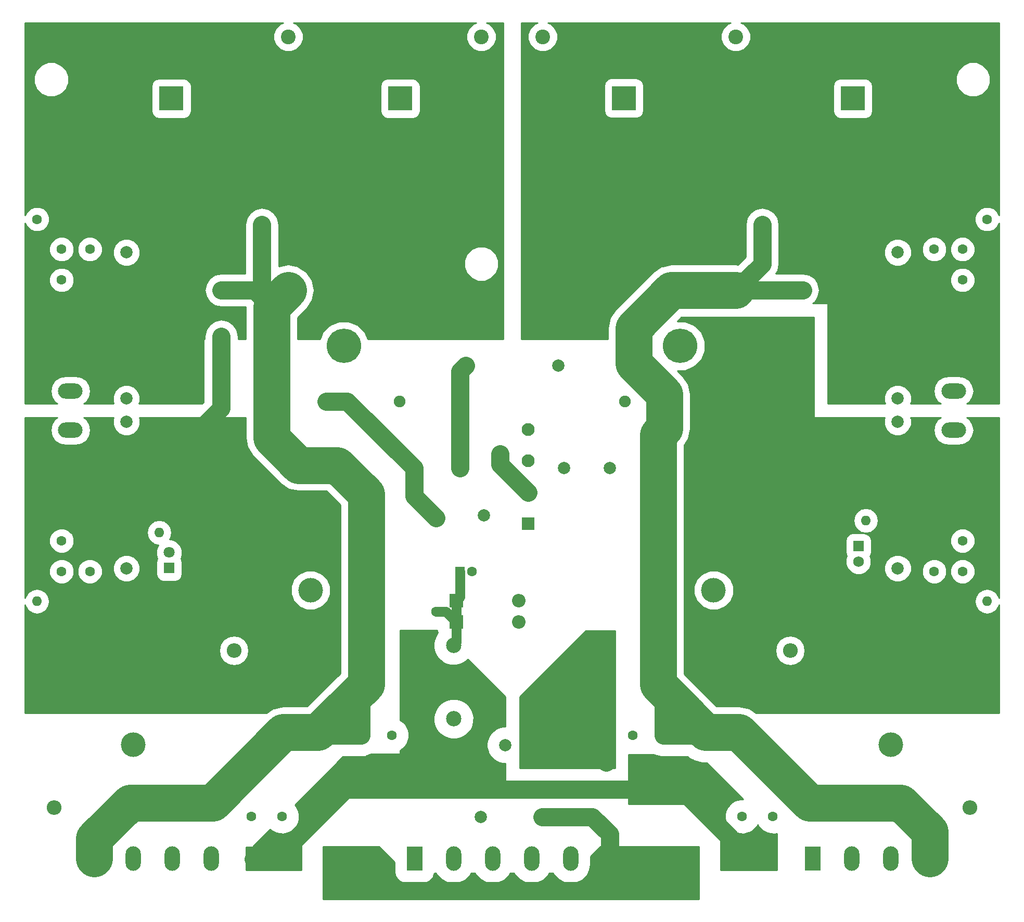
<source format=gbr>
%TF.GenerationSoftware,KiCad,Pcbnew,4.0.7-e2-6376~58~ubuntu16.04.1*%
%TF.CreationDate,2018-08-15T08:26:31-07:00*%
%TF.ProjectId,psu,7073752E6B696361645F706362000000,rev?*%
%TF.FileFunction,Copper,L1,Top,Signal*%
%FSLAX46Y46*%
G04 Gerber Fmt 4.6, Leading zero omitted, Abs format (unit mm)*
G04 Created by KiCad (PCBNEW 4.0.7-e2-6376~58~ubuntu16.04.1) date Wed Aug 15 08:26:31 2018*
%MOMM*%
%LPD*%
G01*
G04 APERTURE LIST*
%ADD10C,0.100000*%
%ADD11C,2.000000*%
%ADD12R,2.200000X2.200000*%
%ADD13O,2.200000X2.200000*%
%ADD14R,1.800000X1.800000*%
%ADD15C,1.800000*%
%ADD16O,2.500000X4.000000*%
%ADD17R,2.500000X4.000000*%
%ADD18C,1.600000*%
%ADD19O,1.600000X1.600000*%
%ADD20C,1.900000*%
%ADD21R,1.900000X1.900000*%
%ADD22C,5.600000*%
%ADD23O,4.000000X2.500000*%
%ADD24R,4.000000X2.500000*%
%ADD25R,4.000000X4.000000*%
%ADD26C,4.000000*%
%ADD27R,1.600000X1.600000*%
%ADD28R,1.750000X1.750000*%
%ADD29C,1.750000*%
%ADD30C,2.400000*%
%ADD31O,2.400000X2.400000*%
%ADD32R,2.100000X2.100000*%
%ADD33C,2.100000*%
%ADD34C,2.500000*%
%ADD35C,3.000000*%
%ADD36C,0.600000*%
%ADD37C,3.000000*%
%ADD38C,0.250000*%
%ADD39C,6.000000*%
%ADD40C,1.600000*%
%ADD41C,0.254000*%
G04 APERTURE END LIST*
D10*
D11*
X128300000Y-147000000D03*
X118300000Y-147000000D03*
X112300000Y-135300000D03*
X122300000Y-135300000D03*
D12*
X114350000Y-111800000D03*
D13*
X124510000Y-111800000D03*
D14*
X67600000Y-106500000D03*
D15*
X67600000Y-103960000D03*
D16*
X100525000Y-153800000D03*
D17*
X81475000Y-153800000D03*
D16*
X87825000Y-153800000D03*
X94175000Y-153800000D03*
X74475000Y-153800000D03*
D17*
X55425000Y-153800000D03*
D16*
X61775000Y-153800000D03*
X68125000Y-153800000D03*
D18*
X180950000Y-88600000D03*
D19*
X180950000Y-98760000D03*
D18*
X66000000Y-90550000D03*
D19*
X66000000Y-100710000D03*
D11*
X121450000Y-87900000D03*
X118850000Y-97900000D03*
D20*
X105075000Y-61275000D03*
X86975000Y-61275000D03*
X105075000Y-79375000D03*
D21*
X93675000Y-79375000D03*
D22*
X96025000Y-70325000D03*
D23*
X51550000Y-96725000D03*
D24*
X51550000Y-64975000D03*
D23*
X51550000Y-90375000D03*
X51550000Y-71325000D03*
X51550000Y-77675000D03*
X51550000Y-84025000D03*
D18*
X148000000Y-133700000D03*
X143000000Y-133700000D03*
X165850000Y-146950000D03*
X160850000Y-146950000D03*
D11*
X164100000Y-50550000D03*
X156600000Y-50550000D03*
X130950000Y-66050000D03*
X130950000Y-73550000D03*
D18*
X192100000Y-54600000D03*
X192100000Y-59600000D03*
D25*
X141600000Y-30000000D03*
D26*
X141600000Y-40000000D03*
D25*
X178850000Y-30050000D03*
D26*
X178850000Y-40050000D03*
D11*
X186150000Y-78900000D03*
X186150000Y-68900000D03*
X186150000Y-55100000D03*
X186150000Y-65100000D03*
D18*
X196700000Y-59600000D03*
X196700000Y-54600000D03*
X196700000Y-107050000D03*
X196700000Y-102050000D03*
X192100000Y-102050000D03*
X192100000Y-107050000D03*
D25*
X156200000Y-100100000D03*
D26*
X156200000Y-110100000D03*
D25*
X185050000Y-125250000D03*
D26*
X185050000Y-135250000D03*
D11*
X186150000Y-92700000D03*
X186150000Y-82700000D03*
X186150000Y-96550000D03*
X186150000Y-106550000D03*
X170700000Y-61250000D03*
X170700000Y-68750000D03*
X139350000Y-90250000D03*
X131850000Y-90250000D03*
D18*
X80950000Y-146950000D03*
X85950000Y-146950000D03*
X98800000Y-133700000D03*
X103800000Y-133700000D03*
D11*
X115850000Y-73550000D03*
X115850000Y-66050000D03*
X90200000Y-50550000D03*
X82700000Y-50550000D03*
D18*
X54700000Y-54600000D03*
X54700000Y-59600000D03*
D25*
X67950000Y-30050000D03*
D26*
X67950000Y-40050000D03*
D25*
X105200000Y-30050000D03*
D26*
X105200000Y-40050000D03*
D11*
X60650000Y-78900000D03*
X60650000Y-68900000D03*
X60650000Y-55100000D03*
X60650000Y-65100000D03*
D18*
X50100000Y-59600000D03*
X50100000Y-54600000D03*
X50100000Y-107050000D03*
X50100000Y-102050000D03*
X54700000Y-102050000D03*
X54700000Y-107050000D03*
D25*
X90600000Y-100100000D03*
D26*
X90600000Y-110100000D03*
D25*
X61750000Y-125250000D03*
D26*
X61750000Y-135250000D03*
D11*
X60650000Y-92700000D03*
X60650000Y-82700000D03*
X60650000Y-96550000D03*
X60650000Y-106550000D03*
X114950000Y-90250000D03*
X107450000Y-90250000D03*
X76100000Y-68750000D03*
X76100000Y-61250000D03*
D27*
X114900000Y-107100000D03*
D18*
X116900000Y-107100000D03*
D12*
X114350000Y-115300000D03*
D13*
X124510000Y-115300000D03*
D23*
X195250000Y-64975000D03*
D24*
X195250000Y-96725000D03*
D23*
X195250000Y-71325000D03*
X195250000Y-90375000D03*
X195250000Y-84025000D03*
X195250000Y-77675000D03*
D16*
X165325000Y-153800000D03*
D17*
X146275000Y-153800000D03*
D16*
X152625000Y-153800000D03*
X158975000Y-153800000D03*
X191375000Y-153800000D03*
D17*
X172325000Y-153800000D03*
D16*
X178675000Y-153800000D03*
X185025000Y-153800000D03*
D28*
X179750000Y-102950000D03*
D29*
X179750000Y-105450000D03*
D18*
X200700000Y-49700000D03*
D19*
X200700000Y-59860000D03*
D30*
X128400000Y-20000000D03*
D31*
X128400000Y-50480000D03*
D30*
X159800000Y-20000000D03*
D31*
X159800000Y-50480000D03*
D30*
X197900000Y-115050000D03*
D31*
X197900000Y-145530000D03*
D30*
X168650000Y-89450000D03*
D31*
X168650000Y-119930000D03*
D18*
X200700000Y-101750000D03*
D19*
X200700000Y-111910000D03*
D18*
X46100000Y-49700000D03*
D19*
X46100000Y-59860000D03*
D30*
X87000000Y-20000000D03*
D31*
X87000000Y-50480000D03*
D30*
X118400000Y-20000000D03*
D31*
X118400000Y-50480000D03*
D30*
X78150000Y-89450000D03*
D31*
X78150000Y-119930000D03*
D30*
X48900000Y-115050000D03*
D31*
X48900000Y-145530000D03*
D18*
X46100000Y-101750000D03*
D19*
X46100000Y-111910000D03*
D18*
X111050000Y-113600000D03*
D19*
X111050000Y-98360000D03*
D30*
X108250000Y-118150000D03*
D31*
X138730000Y-118150000D03*
D30*
X108250000Y-128100000D03*
D31*
X138730000Y-128100000D03*
D30*
X108250000Y-138150000D03*
D31*
X138730000Y-138150000D03*
D20*
X141725000Y-61275000D03*
X141725000Y-79375000D03*
X159825000Y-61275000D03*
D21*
X159825000Y-72675000D03*
D22*
X150775000Y-70325000D03*
D32*
X126000000Y-99250000D03*
D33*
X126000000Y-94150000D03*
X126000000Y-83950000D03*
X126000000Y-89050000D03*
D34*
X113900000Y-131050000D03*
D35*
X126100000Y-131050000D03*
D34*
X113900000Y-119050000D03*
D35*
X111950000Y-125000000D03*
D16*
X139275000Y-153800000D03*
D17*
X107525000Y-153800000D03*
D16*
X132925000Y-153800000D03*
X113875000Y-153800000D03*
X120225000Y-153800000D03*
X126575000Y-153800000D03*
D36*
X93300000Y-95500000D03*
X93300000Y-96850000D03*
X87900000Y-95500000D03*
X87900000Y-96850000D03*
X89250000Y-96850000D03*
X89250000Y-95500000D03*
X91950000Y-95500000D03*
X91950000Y-96850000D03*
X90600000Y-95500000D03*
X90600000Y-96850000D03*
D37*
X139275000Y-153800000D02*
X139275000Y-149825000D01*
X136450000Y-147000000D02*
X128300000Y-147000000D01*
X139275000Y-149825000D02*
X136450000Y-147000000D01*
X100375000Y-153850000D02*
X94025000Y-153850000D01*
X152425000Y-153950000D02*
X146075000Y-153950000D01*
X146075000Y-153950000D02*
X145925000Y-153800000D01*
X145925000Y-153800000D02*
X139275000Y-153800000D01*
X139275000Y-153800000D02*
X139275000Y-155225000D01*
X139275000Y-155225000D02*
X135450000Y-159050000D01*
X135450000Y-159050000D02*
X103750000Y-159050000D01*
X103750000Y-159050000D02*
X100375000Y-155675000D01*
X100375000Y-155675000D02*
X100375000Y-153850000D01*
X138730000Y-128100000D02*
X138730000Y-118150000D01*
X138730000Y-138150000D02*
X138730000Y-128100000D01*
X126100000Y-131050000D02*
X135780000Y-131050000D01*
X135780000Y-131050000D02*
X138730000Y-128100000D01*
X108250000Y-128100000D02*
X108850000Y-128100000D01*
X108850000Y-128100000D02*
X111950000Y-125000000D01*
X108250000Y-128100000D02*
X108250000Y-118150000D01*
X108250000Y-128100000D02*
X108250000Y-118150000D01*
X108250000Y-138150000D02*
X108250000Y-128100000D01*
X158775000Y-153950000D02*
X165125000Y-153950000D01*
X158775000Y-153950000D02*
X158775000Y-150275000D01*
X119550000Y-142550000D02*
X112300000Y-135300000D01*
X151050000Y-142550000D02*
X119550000Y-142550000D01*
X158775000Y-150275000D02*
X151050000Y-142550000D01*
X108250000Y-138150000D02*
X109450000Y-138150000D01*
X109450000Y-138150000D02*
X112300000Y-135300000D01*
X87675000Y-153850000D02*
X87675000Y-151075000D01*
X100600000Y-138150000D02*
X108250000Y-138150000D01*
X87675000Y-151075000D02*
X100600000Y-138150000D01*
X87675000Y-153850000D02*
X81325000Y-153850000D01*
X126000000Y-94150000D02*
X121450000Y-89600000D01*
X121450000Y-89600000D02*
X121450000Y-87900000D01*
D38*
X91950000Y-96850000D02*
X93300000Y-96850000D01*
X89250000Y-95500000D02*
X87900000Y-95500000D01*
X89250000Y-96850000D02*
X87900000Y-96850000D01*
D37*
X111050000Y-98360000D02*
X107450000Y-94760000D01*
X107450000Y-94760000D02*
X107450000Y-90250000D01*
X76100000Y-68750000D02*
X76100000Y-80450000D01*
X76100000Y-80450000D02*
X66000000Y-90550000D01*
D38*
X89250000Y-95500000D02*
X89250000Y-96850000D01*
X91950000Y-95500000D02*
X91950000Y-96850000D01*
X90600000Y-95500000D02*
X90550000Y-95500000D01*
X90550000Y-96750000D02*
X90550000Y-96800000D01*
X90550000Y-96800000D02*
X90600000Y-96850000D01*
D37*
X107450000Y-90250000D02*
X96575000Y-79375000D01*
X96575000Y-79375000D02*
X93175002Y-79375000D01*
X93175002Y-79375000D02*
X93675000Y-79375000D01*
D39*
X148200000Y-83750000D02*
X148200000Y-78200000D01*
X147150000Y-125450000D02*
X147150000Y-84800000D01*
X148200000Y-83750000D02*
X147150000Y-84800000D01*
X150225000Y-61275000D02*
X159825000Y-61275000D01*
X149325000Y-61275000D02*
X150225000Y-61275000D01*
X143200000Y-67400000D02*
X149325000Y-61275000D01*
X143200000Y-73200000D02*
X143200000Y-67400000D01*
X148200000Y-78200000D02*
X143200000Y-73200000D01*
D37*
X159825000Y-61275000D02*
X164100000Y-57000000D01*
X164100000Y-57000000D02*
X164100000Y-50550000D01*
X159825000Y-61275000D02*
X159850000Y-61250000D01*
X159850000Y-61250000D02*
X170700000Y-61250000D01*
X148000000Y-133700000D02*
X148050000Y-133700000D01*
X148050000Y-133700000D02*
X151725000Y-130025000D01*
X148000000Y-133700000D02*
X148000000Y-126300000D01*
X148000000Y-126300000D02*
X147150000Y-125450000D01*
X148000000Y-133700000D02*
X154400000Y-133700000D01*
X154400000Y-133700000D02*
X154900000Y-133200000D01*
D39*
X191375000Y-149425000D02*
X191375000Y-153800000D01*
X186650000Y-144700000D02*
X191375000Y-149425000D01*
X171850000Y-144700000D02*
X186650000Y-144700000D01*
X160350000Y-133200000D02*
X171850000Y-144700000D01*
X154900000Y-133200000D02*
X160350000Y-133200000D01*
X147150000Y-125450000D02*
X151725000Y-130025000D01*
X151725000Y-130025000D02*
X154900000Y-133200000D01*
D37*
X114950000Y-90250000D02*
X114950000Y-74450000D01*
X114950000Y-74450000D02*
X115850000Y-73550000D01*
X83600000Y-63350000D02*
X82700000Y-62450000D01*
X82700000Y-62450000D02*
X82700000Y-50550000D01*
X84250000Y-64000000D02*
X83600000Y-63350000D01*
X83600000Y-63350000D02*
X81500000Y-61250000D01*
X81500000Y-61250000D02*
X76100000Y-61250000D01*
D39*
X84250000Y-65225000D02*
X84250000Y-64000000D01*
X88700000Y-89750000D02*
X84250000Y-85300000D01*
X94950000Y-89750000D02*
X88700000Y-89750000D01*
X99650000Y-94450000D02*
X94950000Y-89750000D01*
X99650000Y-125400000D02*
X99650000Y-94450000D01*
X84250000Y-85300000D02*
X84250000Y-65225000D01*
X84250000Y-64000000D02*
X86975000Y-61275000D01*
D37*
X98800000Y-133700000D02*
X95075000Y-129975000D01*
X94900000Y-129800000D02*
X94900000Y-130150000D01*
X95075000Y-129975000D02*
X94900000Y-129800000D01*
X98800000Y-133700000D02*
X98800000Y-126250000D01*
X98800000Y-126250000D02*
X99650000Y-125400000D01*
X98800000Y-133700000D02*
X92250000Y-133700000D01*
X92250000Y-133700000D02*
X91800000Y-133250000D01*
D39*
X55425000Y-153800000D02*
X55425000Y-150525000D01*
X91800000Y-133250000D02*
X94900000Y-130150000D01*
X94900000Y-130150000D02*
X99650000Y-125400000D01*
X86150000Y-133250000D02*
X91800000Y-133250000D01*
X74700000Y-144700000D02*
X86150000Y-133250000D01*
X61250000Y-144700000D02*
X74700000Y-144700000D01*
X55425000Y-150525000D02*
X61250000Y-144700000D01*
D40*
X114350000Y-111800000D02*
X114900000Y-111250000D01*
X114900000Y-111250000D02*
X114900000Y-107100000D01*
X114350000Y-115300000D02*
X112650000Y-113600000D01*
X112650000Y-113600000D02*
X111050000Y-113600000D01*
X114350000Y-115300000D02*
X114350000Y-111800000D01*
X113900000Y-119050000D02*
X114350000Y-118600000D01*
X114350000Y-118600000D02*
X114350000Y-115300000D01*
D41*
G36*
X48985276Y-82273497D02*
X48448329Y-83077093D01*
X48259779Y-84025000D01*
X48448329Y-84972907D01*
X48985276Y-85776503D01*
X49788872Y-86313450D01*
X50736779Y-86502000D01*
X52363221Y-86502000D01*
X53311128Y-86313450D01*
X54114724Y-85776503D01*
X54651671Y-84972907D01*
X54840221Y-84025000D01*
X54651671Y-83077093D01*
X54114724Y-82273497D01*
X53670986Y-81977000D01*
X58538855Y-81977000D01*
X58423387Y-82255079D01*
X58422614Y-83141034D01*
X58760940Y-83959846D01*
X59386858Y-84586858D01*
X60205079Y-84926613D01*
X61091034Y-84927386D01*
X61909846Y-84589060D01*
X62536858Y-83963142D01*
X62876613Y-83144921D01*
X62877386Y-82258966D01*
X62760880Y-81977000D01*
X80023000Y-81977000D01*
X80023000Y-85300000D01*
X80313623Y-86761060D01*
X80344761Y-86917603D01*
X81261060Y-88288940D01*
X85711059Y-92738940D01*
X87082397Y-93655239D01*
X88700000Y-93977000D01*
X93199120Y-93977000D01*
X95423000Y-96200881D01*
X95423000Y-123649119D01*
X91911060Y-127161060D01*
X90049120Y-129023000D01*
X86150000Y-129023000D01*
X84731088Y-129305239D01*
X84532397Y-129344761D01*
X83442511Y-130073000D01*
X44177000Y-130073000D01*
X44177000Y-119882452D01*
X75723000Y-119882452D01*
X75723000Y-119977548D01*
X75907744Y-120906321D01*
X76433852Y-121693696D01*
X77221227Y-122219804D01*
X78150000Y-122404548D01*
X79078773Y-122219804D01*
X79866148Y-121693696D01*
X80392256Y-120906321D01*
X80577000Y-119977548D01*
X80577000Y-119882452D01*
X80392256Y-118953679D01*
X79866148Y-118166304D01*
X79078773Y-117640196D01*
X78150000Y-117455452D01*
X77221227Y-117640196D01*
X76433852Y-118166304D01*
X75907744Y-118953679D01*
X75723000Y-119882452D01*
X44177000Y-119882452D01*
X44177000Y-112472555D01*
X44227296Y-112725410D01*
X44666695Y-113383016D01*
X45324301Y-113822415D01*
X46100000Y-113976711D01*
X46875699Y-113822415D01*
X47533305Y-113383016D01*
X47972704Y-112725410D01*
X48127000Y-111949711D01*
X48127000Y-111870289D01*
X47972704Y-111094590D01*
X47735156Y-110739074D01*
X87372441Y-110739074D01*
X87862687Y-111925561D01*
X88769664Y-112834123D01*
X89955294Y-113326439D01*
X91239074Y-113327559D01*
X92425561Y-112837313D01*
X93334123Y-111930336D01*
X93826439Y-110744706D01*
X93827559Y-109460926D01*
X93337313Y-108274439D01*
X92430336Y-107365877D01*
X91244706Y-106873561D01*
X89960926Y-106872441D01*
X88774439Y-107362687D01*
X87865877Y-108269664D01*
X87373561Y-109455294D01*
X87372441Y-110739074D01*
X47735156Y-110739074D01*
X47533305Y-110436984D01*
X46875699Y-109997585D01*
X46100000Y-109843289D01*
X45324301Y-109997585D01*
X44666695Y-110436984D01*
X44227296Y-111094590D01*
X44177000Y-111347445D01*
X44177000Y-107451426D01*
X48072649Y-107451426D01*
X48380591Y-108196703D01*
X48950298Y-108767405D01*
X49695036Y-109076647D01*
X50501426Y-109077351D01*
X51246703Y-108769409D01*
X51817405Y-108199702D01*
X52126647Y-107454964D01*
X52126650Y-107451426D01*
X52672649Y-107451426D01*
X52980591Y-108196703D01*
X53550298Y-108767405D01*
X54295036Y-109076647D01*
X55101426Y-109077351D01*
X55846703Y-108769409D01*
X56417405Y-108199702D01*
X56726647Y-107454964D01*
X56727052Y-106991034D01*
X58422614Y-106991034D01*
X58760940Y-107809846D01*
X59386858Y-108436858D01*
X60205079Y-108776613D01*
X61091034Y-108777386D01*
X61909846Y-108439060D01*
X62536858Y-107813142D01*
X62876613Y-106994921D01*
X62877386Y-106108966D01*
X62539060Y-105290154D01*
X61913142Y-104663142D01*
X61094921Y-104323387D01*
X60208966Y-104322614D01*
X59390154Y-104660940D01*
X58763142Y-105286858D01*
X58423387Y-106105079D01*
X58422614Y-106991034D01*
X56727052Y-106991034D01*
X56727351Y-106648574D01*
X56419409Y-105903297D01*
X55849702Y-105332595D01*
X55104964Y-105023353D01*
X54298574Y-105022649D01*
X53553297Y-105330591D01*
X52982595Y-105900298D01*
X52673353Y-106645036D01*
X52672649Y-107451426D01*
X52126650Y-107451426D01*
X52127351Y-106648574D01*
X51819409Y-105903297D01*
X51249702Y-105332595D01*
X50504964Y-105023353D01*
X49698574Y-105022649D01*
X48953297Y-105330591D01*
X48382595Y-105900298D01*
X48073353Y-106645036D01*
X48072649Y-107451426D01*
X44177000Y-107451426D01*
X44177000Y-102451426D01*
X48072649Y-102451426D01*
X48380591Y-103196703D01*
X48950298Y-103767405D01*
X49695036Y-104076647D01*
X50501426Y-104077351D01*
X51246703Y-103769409D01*
X51817405Y-103199702D01*
X52126647Y-102454964D01*
X52127351Y-101648574D01*
X51819409Y-100903297D01*
X51586808Y-100670289D01*
X63973000Y-100670289D01*
X63973000Y-100749711D01*
X64127296Y-101525410D01*
X64566695Y-102183016D01*
X65224301Y-102622415D01*
X65812130Y-102739341D01*
X65797869Y-102753578D01*
X65473370Y-103535057D01*
X65472632Y-104381230D01*
X65689345Y-104905717D01*
X65547526Y-105113276D01*
X65448962Y-105600000D01*
X65448962Y-107400000D01*
X65534519Y-107854699D01*
X65803246Y-108272312D01*
X66213276Y-108552474D01*
X66700000Y-108651038D01*
X68500000Y-108651038D01*
X68954699Y-108565481D01*
X69372312Y-108296754D01*
X69652474Y-107886724D01*
X69751038Y-107400000D01*
X69751038Y-105600000D01*
X69665481Y-105145301D01*
X69510749Y-104904841D01*
X69726630Y-104384943D01*
X69727368Y-103538770D01*
X69404234Y-102756726D01*
X68806422Y-102157869D01*
X68024943Y-101833370D01*
X67667140Y-101833058D01*
X67872704Y-101525410D01*
X68027000Y-100749711D01*
X68027000Y-100670289D01*
X67872704Y-99894590D01*
X67433305Y-99236984D01*
X66775699Y-98797585D01*
X66000000Y-98643289D01*
X65224301Y-98797585D01*
X64566695Y-99236984D01*
X64127296Y-99894590D01*
X63973000Y-100670289D01*
X51586808Y-100670289D01*
X51249702Y-100332595D01*
X50504964Y-100023353D01*
X49698574Y-100022649D01*
X48953297Y-100330591D01*
X48382595Y-100900298D01*
X48073353Y-101645036D01*
X48072649Y-102451426D01*
X44177000Y-102451426D01*
X44177000Y-81977000D01*
X49429014Y-81977000D01*
X48985276Y-82273497D01*
X48985276Y-82273497D01*
G37*
X48985276Y-82273497D02*
X48448329Y-83077093D01*
X48259779Y-84025000D01*
X48448329Y-84972907D01*
X48985276Y-85776503D01*
X49788872Y-86313450D01*
X50736779Y-86502000D01*
X52363221Y-86502000D01*
X53311128Y-86313450D01*
X54114724Y-85776503D01*
X54651671Y-84972907D01*
X54840221Y-84025000D01*
X54651671Y-83077093D01*
X54114724Y-82273497D01*
X53670986Y-81977000D01*
X58538855Y-81977000D01*
X58423387Y-82255079D01*
X58422614Y-83141034D01*
X58760940Y-83959846D01*
X59386858Y-84586858D01*
X60205079Y-84926613D01*
X61091034Y-84927386D01*
X61909846Y-84589060D01*
X62536858Y-83963142D01*
X62876613Y-83144921D01*
X62877386Y-82258966D01*
X62760880Y-81977000D01*
X80023000Y-81977000D01*
X80023000Y-85300000D01*
X80313623Y-86761060D01*
X80344761Y-86917603D01*
X81261060Y-88288940D01*
X85711059Y-92738940D01*
X87082397Y-93655239D01*
X88700000Y-93977000D01*
X93199120Y-93977000D01*
X95423000Y-96200881D01*
X95423000Y-123649119D01*
X91911060Y-127161060D01*
X90049120Y-129023000D01*
X86150000Y-129023000D01*
X84731088Y-129305239D01*
X84532397Y-129344761D01*
X83442511Y-130073000D01*
X44177000Y-130073000D01*
X44177000Y-119882452D01*
X75723000Y-119882452D01*
X75723000Y-119977548D01*
X75907744Y-120906321D01*
X76433852Y-121693696D01*
X77221227Y-122219804D01*
X78150000Y-122404548D01*
X79078773Y-122219804D01*
X79866148Y-121693696D01*
X80392256Y-120906321D01*
X80577000Y-119977548D01*
X80577000Y-119882452D01*
X80392256Y-118953679D01*
X79866148Y-118166304D01*
X79078773Y-117640196D01*
X78150000Y-117455452D01*
X77221227Y-117640196D01*
X76433852Y-118166304D01*
X75907744Y-118953679D01*
X75723000Y-119882452D01*
X44177000Y-119882452D01*
X44177000Y-112472555D01*
X44227296Y-112725410D01*
X44666695Y-113383016D01*
X45324301Y-113822415D01*
X46100000Y-113976711D01*
X46875699Y-113822415D01*
X47533305Y-113383016D01*
X47972704Y-112725410D01*
X48127000Y-111949711D01*
X48127000Y-111870289D01*
X47972704Y-111094590D01*
X47735156Y-110739074D01*
X87372441Y-110739074D01*
X87862687Y-111925561D01*
X88769664Y-112834123D01*
X89955294Y-113326439D01*
X91239074Y-113327559D01*
X92425561Y-112837313D01*
X93334123Y-111930336D01*
X93826439Y-110744706D01*
X93827559Y-109460926D01*
X93337313Y-108274439D01*
X92430336Y-107365877D01*
X91244706Y-106873561D01*
X89960926Y-106872441D01*
X88774439Y-107362687D01*
X87865877Y-108269664D01*
X87373561Y-109455294D01*
X87372441Y-110739074D01*
X47735156Y-110739074D01*
X47533305Y-110436984D01*
X46875699Y-109997585D01*
X46100000Y-109843289D01*
X45324301Y-109997585D01*
X44666695Y-110436984D01*
X44227296Y-111094590D01*
X44177000Y-111347445D01*
X44177000Y-107451426D01*
X48072649Y-107451426D01*
X48380591Y-108196703D01*
X48950298Y-108767405D01*
X49695036Y-109076647D01*
X50501426Y-109077351D01*
X51246703Y-108769409D01*
X51817405Y-108199702D01*
X52126647Y-107454964D01*
X52126650Y-107451426D01*
X52672649Y-107451426D01*
X52980591Y-108196703D01*
X53550298Y-108767405D01*
X54295036Y-109076647D01*
X55101426Y-109077351D01*
X55846703Y-108769409D01*
X56417405Y-108199702D01*
X56726647Y-107454964D01*
X56727052Y-106991034D01*
X58422614Y-106991034D01*
X58760940Y-107809846D01*
X59386858Y-108436858D01*
X60205079Y-108776613D01*
X61091034Y-108777386D01*
X61909846Y-108439060D01*
X62536858Y-107813142D01*
X62876613Y-106994921D01*
X62877386Y-106108966D01*
X62539060Y-105290154D01*
X61913142Y-104663142D01*
X61094921Y-104323387D01*
X60208966Y-104322614D01*
X59390154Y-104660940D01*
X58763142Y-105286858D01*
X58423387Y-106105079D01*
X58422614Y-106991034D01*
X56727052Y-106991034D01*
X56727351Y-106648574D01*
X56419409Y-105903297D01*
X55849702Y-105332595D01*
X55104964Y-105023353D01*
X54298574Y-105022649D01*
X53553297Y-105330591D01*
X52982595Y-105900298D01*
X52673353Y-106645036D01*
X52672649Y-107451426D01*
X52126650Y-107451426D01*
X52127351Y-106648574D01*
X51819409Y-105903297D01*
X51249702Y-105332595D01*
X50504964Y-105023353D01*
X49698574Y-105022649D01*
X48953297Y-105330591D01*
X48382595Y-105900298D01*
X48073353Y-106645036D01*
X48072649Y-107451426D01*
X44177000Y-107451426D01*
X44177000Y-102451426D01*
X48072649Y-102451426D01*
X48380591Y-103196703D01*
X48950298Y-103767405D01*
X49695036Y-104076647D01*
X50501426Y-104077351D01*
X51246703Y-103769409D01*
X51817405Y-103199702D01*
X52126647Y-102454964D01*
X52127351Y-101648574D01*
X51819409Y-100903297D01*
X51586808Y-100670289D01*
X63973000Y-100670289D01*
X63973000Y-100749711D01*
X64127296Y-101525410D01*
X64566695Y-102183016D01*
X65224301Y-102622415D01*
X65812130Y-102739341D01*
X65797869Y-102753578D01*
X65473370Y-103535057D01*
X65472632Y-104381230D01*
X65689345Y-104905717D01*
X65547526Y-105113276D01*
X65448962Y-105600000D01*
X65448962Y-107400000D01*
X65534519Y-107854699D01*
X65803246Y-108272312D01*
X66213276Y-108552474D01*
X66700000Y-108651038D01*
X68500000Y-108651038D01*
X68954699Y-108565481D01*
X69372312Y-108296754D01*
X69652474Y-107886724D01*
X69751038Y-107400000D01*
X69751038Y-105600000D01*
X69665481Y-105145301D01*
X69510749Y-104904841D01*
X69726630Y-104384943D01*
X69727368Y-103538770D01*
X69404234Y-102756726D01*
X68806422Y-102157869D01*
X68024943Y-101833370D01*
X67667140Y-101833058D01*
X67872704Y-101525410D01*
X68027000Y-100749711D01*
X68027000Y-100670289D01*
X67872704Y-99894590D01*
X67433305Y-99236984D01*
X66775699Y-98797585D01*
X66000000Y-98643289D01*
X65224301Y-98797585D01*
X64566695Y-99236984D01*
X64127296Y-99894590D01*
X63973000Y-100670289D01*
X51586808Y-100670289D01*
X51249702Y-100332595D01*
X50504964Y-100023353D01*
X49698574Y-100022649D01*
X48953297Y-100330591D01*
X48382595Y-100900298D01*
X48073353Y-101645036D01*
X48072649Y-102451426D01*
X44177000Y-102451426D01*
X44177000Y-81977000D01*
X49429014Y-81977000D01*
X48985276Y-82273497D01*
G36*
X85627011Y-17941290D02*
X84943689Y-18623420D01*
X84573422Y-19515122D01*
X84572579Y-20480642D01*
X84941290Y-21372989D01*
X85623420Y-22056311D01*
X86515122Y-22426578D01*
X87480642Y-22427421D01*
X88372989Y-22058710D01*
X89056311Y-21376580D01*
X89426578Y-20484878D01*
X89427421Y-19519358D01*
X89058710Y-18627011D01*
X88376580Y-17943689D01*
X87854735Y-17727000D01*
X117545631Y-17727000D01*
X117027011Y-17941290D01*
X116343689Y-18623420D01*
X115973422Y-19515122D01*
X115972579Y-20480642D01*
X116341290Y-21372989D01*
X117023420Y-22056311D01*
X117915122Y-22426578D01*
X118880642Y-22427421D01*
X119772989Y-22058710D01*
X120456311Y-21376580D01*
X120826578Y-20484878D01*
X120827421Y-19519358D01*
X120458710Y-18627011D01*
X119776580Y-17943689D01*
X119254735Y-17727000D01*
X121923000Y-17727000D01*
X121923000Y-69223000D01*
X99926883Y-69223000D01*
X99440915Y-68046868D01*
X98309091Y-66913066D01*
X96829534Y-66298700D01*
X95227494Y-66297302D01*
X93746868Y-66909085D01*
X92613066Y-68040909D01*
X92122219Y-69223000D01*
X88477000Y-69223000D01*
X88477000Y-65750880D01*
X89963940Y-64263940D01*
X90880239Y-62892603D01*
X91202000Y-61275000D01*
X90880239Y-59657397D01*
X89963940Y-58286060D01*
X88802273Y-57509858D01*
X115572511Y-57509858D01*
X116001989Y-58549275D01*
X116796542Y-59345216D01*
X117835208Y-59776508D01*
X118959858Y-59777489D01*
X119999275Y-59348011D01*
X120795216Y-58553458D01*
X121226508Y-57514792D01*
X121227489Y-56390142D01*
X120798011Y-55350725D01*
X120003458Y-54554784D01*
X118964792Y-54123492D01*
X117840142Y-54122511D01*
X116800725Y-54551989D01*
X116004784Y-55346542D01*
X115573492Y-56385208D01*
X115572511Y-57509858D01*
X88802273Y-57509858D01*
X88592603Y-57369761D01*
X86975000Y-57048000D01*
X85427000Y-57355916D01*
X85427000Y-50550000D01*
X85219419Y-49506422D01*
X84628280Y-48621720D01*
X83743578Y-48030581D01*
X82700000Y-47823000D01*
X81656422Y-48030581D01*
X80771720Y-48621720D01*
X80180581Y-49506422D01*
X79973000Y-50550000D01*
X79973000Y-58523000D01*
X76100000Y-58523000D01*
X75056422Y-58730581D01*
X74171720Y-59321720D01*
X73580581Y-60206422D01*
X73373000Y-61250000D01*
X73580581Y-62293578D01*
X74171720Y-63178280D01*
X75056422Y-63769419D01*
X76100000Y-63977000D01*
X80027575Y-63977000D01*
X80023000Y-64000000D01*
X80023000Y-69223000D01*
X78827000Y-69223000D01*
X78827000Y-68750000D01*
X78619419Y-67706422D01*
X78028280Y-66821720D01*
X77143578Y-66230581D01*
X76100000Y-66023000D01*
X75056422Y-66230581D01*
X74171720Y-66821720D01*
X73580581Y-67706422D01*
X73373000Y-68750000D01*
X73373000Y-69223000D01*
X73300000Y-69223000D01*
X73250590Y-69233006D01*
X73208965Y-69261447D01*
X73181685Y-69303841D01*
X73173000Y-69350000D01*
X73173000Y-79520440D01*
X72970440Y-79723000D01*
X62719621Y-79723000D01*
X62876613Y-79344921D01*
X62877386Y-78458966D01*
X62539060Y-77640154D01*
X61913142Y-77013142D01*
X61094921Y-76673387D01*
X60208966Y-76672614D01*
X59390154Y-77010940D01*
X58763142Y-77636858D01*
X58423387Y-78455079D01*
X58422614Y-79341034D01*
X58580439Y-79723000D01*
X53670986Y-79723000D01*
X54114724Y-79426503D01*
X54651671Y-78622907D01*
X54840221Y-77675000D01*
X54651671Y-76727093D01*
X54114724Y-75923497D01*
X53311128Y-75386550D01*
X52363221Y-75198000D01*
X50736779Y-75198000D01*
X49788872Y-75386550D01*
X48985276Y-75923497D01*
X48448329Y-76727093D01*
X48259779Y-77675000D01*
X48448329Y-78622907D01*
X48985276Y-79426503D01*
X49429014Y-79723000D01*
X44177000Y-79723000D01*
X44177000Y-60001426D01*
X48072649Y-60001426D01*
X48380591Y-60746703D01*
X48950298Y-61317405D01*
X49695036Y-61626647D01*
X50501426Y-61627351D01*
X51246703Y-61319409D01*
X51817405Y-60749702D01*
X52126647Y-60004964D01*
X52127351Y-59198574D01*
X51819409Y-58453297D01*
X51249702Y-57882595D01*
X50504964Y-57573353D01*
X49698574Y-57572649D01*
X48953297Y-57880591D01*
X48382595Y-58450298D01*
X48073353Y-59195036D01*
X48072649Y-60001426D01*
X44177000Y-60001426D01*
X44177000Y-55001426D01*
X48072649Y-55001426D01*
X48380591Y-55746703D01*
X48950298Y-56317405D01*
X49695036Y-56626647D01*
X50501426Y-56627351D01*
X51246703Y-56319409D01*
X51817405Y-55749702D01*
X52126647Y-55004964D01*
X52126650Y-55001426D01*
X52672649Y-55001426D01*
X52980591Y-55746703D01*
X53550298Y-56317405D01*
X54295036Y-56626647D01*
X55101426Y-56627351D01*
X55846703Y-56319409D01*
X56417405Y-55749702D01*
X56504051Y-55541034D01*
X58422614Y-55541034D01*
X58760940Y-56359846D01*
X59386858Y-56986858D01*
X60205079Y-57326613D01*
X61091034Y-57327386D01*
X61909846Y-56989060D01*
X62536858Y-56363142D01*
X62876613Y-55544921D01*
X62877386Y-54658966D01*
X62539060Y-53840154D01*
X61913142Y-53213142D01*
X61094921Y-52873387D01*
X60208966Y-52872614D01*
X59390154Y-53210940D01*
X58763142Y-53836858D01*
X58423387Y-54655079D01*
X58422614Y-55541034D01*
X56504051Y-55541034D01*
X56726647Y-55004964D01*
X56727351Y-54198574D01*
X56419409Y-53453297D01*
X55849702Y-52882595D01*
X55104964Y-52573353D01*
X54298574Y-52572649D01*
X53553297Y-52880591D01*
X52982595Y-53450298D01*
X52673353Y-54195036D01*
X52672649Y-55001426D01*
X52126650Y-55001426D01*
X52127351Y-54198574D01*
X51819409Y-53453297D01*
X51249702Y-52882595D01*
X50504964Y-52573353D01*
X49698574Y-52572649D01*
X48953297Y-52880591D01*
X48382595Y-53450298D01*
X48073353Y-54195036D01*
X48072649Y-55001426D01*
X44177000Y-55001426D01*
X44177000Y-50353975D01*
X44380591Y-50846703D01*
X44950298Y-51417405D01*
X45695036Y-51726647D01*
X46501426Y-51727351D01*
X47246703Y-51419409D01*
X47817405Y-50849702D01*
X48126647Y-50104964D01*
X48127351Y-49298574D01*
X47819409Y-48553297D01*
X47249702Y-47982595D01*
X46504964Y-47673353D01*
X45698574Y-47672649D01*
X44953297Y-47980591D01*
X44382595Y-48550298D01*
X44177000Y-49045426D01*
X44177000Y-27509858D01*
X45572511Y-27509858D01*
X46001989Y-28549275D01*
X46796542Y-29345216D01*
X47835208Y-29776508D01*
X48959858Y-29777489D01*
X49999275Y-29348011D01*
X50795216Y-28553458D01*
X51004270Y-28050000D01*
X64698962Y-28050000D01*
X64698962Y-32050000D01*
X64784519Y-32504699D01*
X65053246Y-32922312D01*
X65463276Y-33202474D01*
X65950000Y-33301038D01*
X69950000Y-33301038D01*
X70404699Y-33215481D01*
X70822312Y-32946754D01*
X71102474Y-32536724D01*
X71201038Y-32050000D01*
X71201038Y-28050000D01*
X101948962Y-28050000D01*
X101948962Y-32050000D01*
X102034519Y-32504699D01*
X102303246Y-32922312D01*
X102713276Y-33202474D01*
X103200000Y-33301038D01*
X107200000Y-33301038D01*
X107654699Y-33215481D01*
X108072312Y-32946754D01*
X108352474Y-32536724D01*
X108451038Y-32050000D01*
X108451038Y-28050000D01*
X108365481Y-27595301D01*
X108096754Y-27177688D01*
X107686724Y-26897526D01*
X107200000Y-26798962D01*
X103200000Y-26798962D01*
X102745301Y-26884519D01*
X102327688Y-27153246D01*
X102047526Y-27563276D01*
X101948962Y-28050000D01*
X71201038Y-28050000D01*
X71115481Y-27595301D01*
X70846754Y-27177688D01*
X70436724Y-26897526D01*
X69950000Y-26798962D01*
X65950000Y-26798962D01*
X65495301Y-26884519D01*
X65077688Y-27153246D01*
X64797526Y-27563276D01*
X64698962Y-28050000D01*
X51004270Y-28050000D01*
X51226508Y-27514792D01*
X51227489Y-26390142D01*
X50798011Y-25350725D01*
X50003458Y-24554784D01*
X48964792Y-24123492D01*
X47840142Y-24122511D01*
X46800725Y-24551989D01*
X46004784Y-25346542D01*
X45573492Y-26385208D01*
X45572511Y-27509858D01*
X44177000Y-27509858D01*
X44177000Y-17727000D01*
X86145631Y-17727000D01*
X85627011Y-17941290D01*
X85627011Y-17941290D01*
G37*
X85627011Y-17941290D02*
X84943689Y-18623420D01*
X84573422Y-19515122D01*
X84572579Y-20480642D01*
X84941290Y-21372989D01*
X85623420Y-22056311D01*
X86515122Y-22426578D01*
X87480642Y-22427421D01*
X88372989Y-22058710D01*
X89056311Y-21376580D01*
X89426578Y-20484878D01*
X89427421Y-19519358D01*
X89058710Y-18627011D01*
X88376580Y-17943689D01*
X87854735Y-17727000D01*
X117545631Y-17727000D01*
X117027011Y-17941290D01*
X116343689Y-18623420D01*
X115973422Y-19515122D01*
X115972579Y-20480642D01*
X116341290Y-21372989D01*
X117023420Y-22056311D01*
X117915122Y-22426578D01*
X118880642Y-22427421D01*
X119772989Y-22058710D01*
X120456311Y-21376580D01*
X120826578Y-20484878D01*
X120827421Y-19519358D01*
X120458710Y-18627011D01*
X119776580Y-17943689D01*
X119254735Y-17727000D01*
X121923000Y-17727000D01*
X121923000Y-69223000D01*
X99926883Y-69223000D01*
X99440915Y-68046868D01*
X98309091Y-66913066D01*
X96829534Y-66298700D01*
X95227494Y-66297302D01*
X93746868Y-66909085D01*
X92613066Y-68040909D01*
X92122219Y-69223000D01*
X88477000Y-69223000D01*
X88477000Y-65750880D01*
X89963940Y-64263940D01*
X90880239Y-62892603D01*
X91202000Y-61275000D01*
X90880239Y-59657397D01*
X89963940Y-58286060D01*
X88802273Y-57509858D01*
X115572511Y-57509858D01*
X116001989Y-58549275D01*
X116796542Y-59345216D01*
X117835208Y-59776508D01*
X118959858Y-59777489D01*
X119999275Y-59348011D01*
X120795216Y-58553458D01*
X121226508Y-57514792D01*
X121227489Y-56390142D01*
X120798011Y-55350725D01*
X120003458Y-54554784D01*
X118964792Y-54123492D01*
X117840142Y-54122511D01*
X116800725Y-54551989D01*
X116004784Y-55346542D01*
X115573492Y-56385208D01*
X115572511Y-57509858D01*
X88802273Y-57509858D01*
X88592603Y-57369761D01*
X86975000Y-57048000D01*
X85427000Y-57355916D01*
X85427000Y-50550000D01*
X85219419Y-49506422D01*
X84628280Y-48621720D01*
X83743578Y-48030581D01*
X82700000Y-47823000D01*
X81656422Y-48030581D01*
X80771720Y-48621720D01*
X80180581Y-49506422D01*
X79973000Y-50550000D01*
X79973000Y-58523000D01*
X76100000Y-58523000D01*
X75056422Y-58730581D01*
X74171720Y-59321720D01*
X73580581Y-60206422D01*
X73373000Y-61250000D01*
X73580581Y-62293578D01*
X74171720Y-63178280D01*
X75056422Y-63769419D01*
X76100000Y-63977000D01*
X80027575Y-63977000D01*
X80023000Y-64000000D01*
X80023000Y-69223000D01*
X78827000Y-69223000D01*
X78827000Y-68750000D01*
X78619419Y-67706422D01*
X78028280Y-66821720D01*
X77143578Y-66230581D01*
X76100000Y-66023000D01*
X75056422Y-66230581D01*
X74171720Y-66821720D01*
X73580581Y-67706422D01*
X73373000Y-68750000D01*
X73373000Y-69223000D01*
X73300000Y-69223000D01*
X73250590Y-69233006D01*
X73208965Y-69261447D01*
X73181685Y-69303841D01*
X73173000Y-69350000D01*
X73173000Y-79520440D01*
X72970440Y-79723000D01*
X62719621Y-79723000D01*
X62876613Y-79344921D01*
X62877386Y-78458966D01*
X62539060Y-77640154D01*
X61913142Y-77013142D01*
X61094921Y-76673387D01*
X60208966Y-76672614D01*
X59390154Y-77010940D01*
X58763142Y-77636858D01*
X58423387Y-78455079D01*
X58422614Y-79341034D01*
X58580439Y-79723000D01*
X53670986Y-79723000D01*
X54114724Y-79426503D01*
X54651671Y-78622907D01*
X54840221Y-77675000D01*
X54651671Y-76727093D01*
X54114724Y-75923497D01*
X53311128Y-75386550D01*
X52363221Y-75198000D01*
X50736779Y-75198000D01*
X49788872Y-75386550D01*
X48985276Y-75923497D01*
X48448329Y-76727093D01*
X48259779Y-77675000D01*
X48448329Y-78622907D01*
X48985276Y-79426503D01*
X49429014Y-79723000D01*
X44177000Y-79723000D01*
X44177000Y-60001426D01*
X48072649Y-60001426D01*
X48380591Y-60746703D01*
X48950298Y-61317405D01*
X49695036Y-61626647D01*
X50501426Y-61627351D01*
X51246703Y-61319409D01*
X51817405Y-60749702D01*
X52126647Y-60004964D01*
X52127351Y-59198574D01*
X51819409Y-58453297D01*
X51249702Y-57882595D01*
X50504964Y-57573353D01*
X49698574Y-57572649D01*
X48953297Y-57880591D01*
X48382595Y-58450298D01*
X48073353Y-59195036D01*
X48072649Y-60001426D01*
X44177000Y-60001426D01*
X44177000Y-55001426D01*
X48072649Y-55001426D01*
X48380591Y-55746703D01*
X48950298Y-56317405D01*
X49695036Y-56626647D01*
X50501426Y-56627351D01*
X51246703Y-56319409D01*
X51817405Y-55749702D01*
X52126647Y-55004964D01*
X52126650Y-55001426D01*
X52672649Y-55001426D01*
X52980591Y-55746703D01*
X53550298Y-56317405D01*
X54295036Y-56626647D01*
X55101426Y-56627351D01*
X55846703Y-56319409D01*
X56417405Y-55749702D01*
X56504051Y-55541034D01*
X58422614Y-55541034D01*
X58760940Y-56359846D01*
X59386858Y-56986858D01*
X60205079Y-57326613D01*
X61091034Y-57327386D01*
X61909846Y-56989060D01*
X62536858Y-56363142D01*
X62876613Y-55544921D01*
X62877386Y-54658966D01*
X62539060Y-53840154D01*
X61913142Y-53213142D01*
X61094921Y-52873387D01*
X60208966Y-52872614D01*
X59390154Y-53210940D01*
X58763142Y-53836858D01*
X58423387Y-54655079D01*
X58422614Y-55541034D01*
X56504051Y-55541034D01*
X56726647Y-55004964D01*
X56727351Y-54198574D01*
X56419409Y-53453297D01*
X55849702Y-52882595D01*
X55104964Y-52573353D01*
X54298574Y-52572649D01*
X53553297Y-52880591D01*
X52982595Y-53450298D01*
X52673353Y-54195036D01*
X52672649Y-55001426D01*
X52126650Y-55001426D01*
X52127351Y-54198574D01*
X51819409Y-53453297D01*
X51249702Y-52882595D01*
X50504964Y-52573353D01*
X49698574Y-52572649D01*
X48953297Y-52880591D01*
X48382595Y-53450298D01*
X48073353Y-54195036D01*
X48072649Y-55001426D01*
X44177000Y-55001426D01*
X44177000Y-50353975D01*
X44380591Y-50846703D01*
X44950298Y-51417405D01*
X45695036Y-51726647D01*
X46501426Y-51727351D01*
X47246703Y-51419409D01*
X47817405Y-50849702D01*
X48126647Y-50104964D01*
X48127351Y-49298574D01*
X47819409Y-48553297D01*
X47249702Y-47982595D01*
X46504964Y-47673353D01*
X45698574Y-47672649D01*
X44953297Y-47980591D01*
X44382595Y-48550298D01*
X44177000Y-49045426D01*
X44177000Y-27509858D01*
X45572511Y-27509858D01*
X46001989Y-28549275D01*
X46796542Y-29345216D01*
X47835208Y-29776508D01*
X48959858Y-29777489D01*
X49999275Y-29348011D01*
X50795216Y-28553458D01*
X51004270Y-28050000D01*
X64698962Y-28050000D01*
X64698962Y-32050000D01*
X64784519Y-32504699D01*
X65053246Y-32922312D01*
X65463276Y-33202474D01*
X65950000Y-33301038D01*
X69950000Y-33301038D01*
X70404699Y-33215481D01*
X70822312Y-32946754D01*
X71102474Y-32536724D01*
X71201038Y-32050000D01*
X71201038Y-28050000D01*
X101948962Y-28050000D01*
X101948962Y-32050000D01*
X102034519Y-32504699D01*
X102303246Y-32922312D01*
X102713276Y-33202474D01*
X103200000Y-33301038D01*
X107200000Y-33301038D01*
X107654699Y-33215481D01*
X108072312Y-32946754D01*
X108352474Y-32536724D01*
X108451038Y-32050000D01*
X108451038Y-28050000D01*
X108365481Y-27595301D01*
X108096754Y-27177688D01*
X107686724Y-26897526D01*
X107200000Y-26798962D01*
X103200000Y-26798962D01*
X102745301Y-26884519D01*
X102327688Y-27153246D01*
X102047526Y-27563276D01*
X101948962Y-28050000D01*
X71201038Y-28050000D01*
X71115481Y-27595301D01*
X70846754Y-27177688D01*
X70436724Y-26897526D01*
X69950000Y-26798962D01*
X65950000Y-26798962D01*
X65495301Y-26884519D01*
X65077688Y-27153246D01*
X64797526Y-27563276D01*
X64698962Y-28050000D01*
X51004270Y-28050000D01*
X51226508Y-27514792D01*
X51227489Y-26390142D01*
X50798011Y-25350725D01*
X50003458Y-24554784D01*
X48964792Y-24123492D01*
X47840142Y-24122511D01*
X46800725Y-24551989D01*
X46004784Y-25346542D01*
X45573492Y-26385208D01*
X45572511Y-27509858D01*
X44177000Y-27509858D01*
X44177000Y-17727000D01*
X86145631Y-17727000D01*
X85627011Y-17941290D01*
G36*
X172523000Y-81850000D02*
X172533006Y-81899410D01*
X172561447Y-81941035D01*
X172603841Y-81968315D01*
X172650000Y-81977000D01*
X184038855Y-81977000D01*
X183923387Y-82255079D01*
X183922614Y-83141034D01*
X184260940Y-83959846D01*
X184886858Y-84586858D01*
X185705079Y-84926613D01*
X186591034Y-84927386D01*
X187409846Y-84589060D01*
X188036858Y-83963142D01*
X188376613Y-83144921D01*
X188377386Y-82258966D01*
X188260880Y-81977000D01*
X193129014Y-81977000D01*
X192685276Y-82273497D01*
X192148329Y-83077093D01*
X191959779Y-84025000D01*
X192148329Y-84972907D01*
X192685276Y-85776503D01*
X193488872Y-86313450D01*
X194436779Y-86502000D01*
X196063221Y-86502000D01*
X197011128Y-86313450D01*
X197814724Y-85776503D01*
X198351671Y-84972907D01*
X198540221Y-84025000D01*
X198351671Y-83077093D01*
X197814724Y-82273497D01*
X197370986Y-81977000D01*
X202623000Y-81977000D01*
X202623000Y-111347445D01*
X202572704Y-111094590D01*
X202133305Y-110436984D01*
X201475699Y-109997585D01*
X200700000Y-109843289D01*
X199924301Y-109997585D01*
X199266695Y-110436984D01*
X198827296Y-111094590D01*
X198673000Y-111870289D01*
X198673000Y-111949711D01*
X198827296Y-112725410D01*
X199266695Y-113383016D01*
X199924301Y-113822415D01*
X200700000Y-113976711D01*
X201475699Y-113822415D01*
X202133305Y-113383016D01*
X202572704Y-112725410D01*
X202623000Y-112472555D01*
X202623000Y-130073000D01*
X163132319Y-130073000D01*
X161967603Y-129294761D01*
X160350000Y-128973000D01*
X156650880Y-128973000D01*
X151377000Y-123699120D01*
X151377000Y-119882452D01*
X166223000Y-119882452D01*
X166223000Y-119977548D01*
X166407744Y-120906321D01*
X166933852Y-121693696D01*
X167721227Y-122219804D01*
X168650000Y-122404548D01*
X169578773Y-122219804D01*
X170366148Y-121693696D01*
X170892256Y-120906321D01*
X171077000Y-119977548D01*
X171077000Y-119882452D01*
X170892256Y-118953679D01*
X170366148Y-118166304D01*
X169578773Y-117640196D01*
X168650000Y-117455452D01*
X167721227Y-117640196D01*
X166933852Y-118166304D01*
X166407744Y-118953679D01*
X166223000Y-119882452D01*
X151377000Y-119882452D01*
X151377000Y-110739074D01*
X152972441Y-110739074D01*
X153462687Y-111925561D01*
X154369664Y-112834123D01*
X155555294Y-113326439D01*
X156839074Y-113327559D01*
X158025561Y-112837313D01*
X158934123Y-111930336D01*
X159426439Y-110744706D01*
X159427559Y-109460926D01*
X158937313Y-108274439D01*
X158030336Y-107365877D01*
X156844706Y-106873561D01*
X155560926Y-106872441D01*
X154374439Y-107362687D01*
X153465877Y-108269664D01*
X152973561Y-109455294D01*
X152972441Y-110739074D01*
X151377000Y-110739074D01*
X151377000Y-102075000D01*
X177623962Y-102075000D01*
X177623962Y-103825000D01*
X177709519Y-104279699D01*
X177861723Y-104516230D01*
X177648365Y-105030052D01*
X177647636Y-105866279D01*
X177966972Y-106639132D01*
X178557758Y-107230950D01*
X179330052Y-107551635D01*
X180166279Y-107552364D01*
X180939132Y-107233028D01*
X181181548Y-106991034D01*
X183922614Y-106991034D01*
X184260940Y-107809846D01*
X184886858Y-108436858D01*
X185705079Y-108776613D01*
X186591034Y-108777386D01*
X187409846Y-108439060D01*
X188036858Y-107813142D01*
X188187055Y-107451426D01*
X190072649Y-107451426D01*
X190380591Y-108196703D01*
X190950298Y-108767405D01*
X191695036Y-109076647D01*
X192501426Y-109077351D01*
X193246703Y-108769409D01*
X193817405Y-108199702D01*
X194126647Y-107454964D01*
X194126650Y-107451426D01*
X194672649Y-107451426D01*
X194980591Y-108196703D01*
X195550298Y-108767405D01*
X196295036Y-109076647D01*
X197101426Y-109077351D01*
X197846703Y-108769409D01*
X198417405Y-108199702D01*
X198726647Y-107454964D01*
X198727351Y-106648574D01*
X198419409Y-105903297D01*
X197849702Y-105332595D01*
X197104964Y-105023353D01*
X196298574Y-105022649D01*
X195553297Y-105330591D01*
X194982595Y-105900298D01*
X194673353Y-106645036D01*
X194672649Y-107451426D01*
X194126650Y-107451426D01*
X194127351Y-106648574D01*
X193819409Y-105903297D01*
X193249702Y-105332595D01*
X192504964Y-105023353D01*
X191698574Y-105022649D01*
X190953297Y-105330591D01*
X190382595Y-105900298D01*
X190073353Y-106645036D01*
X190072649Y-107451426D01*
X188187055Y-107451426D01*
X188376613Y-106994921D01*
X188377386Y-106108966D01*
X188039060Y-105290154D01*
X187413142Y-104663142D01*
X186594921Y-104323387D01*
X185708966Y-104322614D01*
X184890154Y-104660940D01*
X184263142Y-105286858D01*
X183923387Y-106105079D01*
X183922614Y-106991034D01*
X181181548Y-106991034D01*
X181530950Y-106642242D01*
X181851635Y-105869948D01*
X181852364Y-105033721D01*
X181638240Y-104515500D01*
X181777474Y-104311724D01*
X181876038Y-103825000D01*
X181876038Y-102451426D01*
X194672649Y-102451426D01*
X194980591Y-103196703D01*
X195550298Y-103767405D01*
X196295036Y-104076647D01*
X197101426Y-104077351D01*
X197846703Y-103769409D01*
X198417405Y-103199702D01*
X198726647Y-102454964D01*
X198727351Y-101648574D01*
X198419409Y-100903297D01*
X197849702Y-100332595D01*
X197104964Y-100023353D01*
X196298574Y-100022649D01*
X195553297Y-100330591D01*
X194982595Y-100900298D01*
X194673353Y-101645036D01*
X194672649Y-102451426D01*
X181876038Y-102451426D01*
X181876038Y-102075000D01*
X181790481Y-101620301D01*
X181521754Y-101202688D01*
X181111724Y-100922526D01*
X180625000Y-100823962D01*
X178875000Y-100823962D01*
X178420301Y-100909519D01*
X178002688Y-101178246D01*
X177722526Y-101588276D01*
X177623962Y-102075000D01*
X151377000Y-102075000D01*
X151377000Y-98720289D01*
X178923000Y-98720289D01*
X178923000Y-98799711D01*
X179077296Y-99575410D01*
X179516695Y-100233016D01*
X180174301Y-100672415D01*
X180950000Y-100826711D01*
X181725699Y-100672415D01*
X182383305Y-100233016D01*
X182822704Y-99575410D01*
X182977000Y-98799711D01*
X182977000Y-98720289D01*
X182822704Y-97944590D01*
X182383305Y-97286984D01*
X181725699Y-96847585D01*
X180950000Y-96693289D01*
X180174301Y-96847585D01*
X179516695Y-97286984D01*
X179077296Y-97944590D01*
X178923000Y-98720289D01*
X151377000Y-98720289D01*
X151377000Y-86457489D01*
X152105239Y-85367603D01*
X152183749Y-84972907D01*
X152427000Y-83750000D01*
X152427000Y-78200000D01*
X152105239Y-76582397D01*
X151188940Y-75211060D01*
X150329493Y-74351613D01*
X151572506Y-74352698D01*
X153053132Y-73740915D01*
X154186934Y-72609091D01*
X154801300Y-71129534D01*
X154802698Y-69527494D01*
X154190915Y-68046868D01*
X153059091Y-66913066D01*
X151579534Y-66298700D01*
X150280314Y-66297566D01*
X150950880Y-65627000D01*
X172523000Y-65627000D01*
X172523000Y-81850000D01*
X172523000Y-81850000D01*
G37*
X172523000Y-81850000D02*
X172533006Y-81899410D01*
X172561447Y-81941035D01*
X172603841Y-81968315D01*
X172650000Y-81977000D01*
X184038855Y-81977000D01*
X183923387Y-82255079D01*
X183922614Y-83141034D01*
X184260940Y-83959846D01*
X184886858Y-84586858D01*
X185705079Y-84926613D01*
X186591034Y-84927386D01*
X187409846Y-84589060D01*
X188036858Y-83963142D01*
X188376613Y-83144921D01*
X188377386Y-82258966D01*
X188260880Y-81977000D01*
X193129014Y-81977000D01*
X192685276Y-82273497D01*
X192148329Y-83077093D01*
X191959779Y-84025000D01*
X192148329Y-84972907D01*
X192685276Y-85776503D01*
X193488872Y-86313450D01*
X194436779Y-86502000D01*
X196063221Y-86502000D01*
X197011128Y-86313450D01*
X197814724Y-85776503D01*
X198351671Y-84972907D01*
X198540221Y-84025000D01*
X198351671Y-83077093D01*
X197814724Y-82273497D01*
X197370986Y-81977000D01*
X202623000Y-81977000D01*
X202623000Y-111347445D01*
X202572704Y-111094590D01*
X202133305Y-110436984D01*
X201475699Y-109997585D01*
X200700000Y-109843289D01*
X199924301Y-109997585D01*
X199266695Y-110436984D01*
X198827296Y-111094590D01*
X198673000Y-111870289D01*
X198673000Y-111949711D01*
X198827296Y-112725410D01*
X199266695Y-113383016D01*
X199924301Y-113822415D01*
X200700000Y-113976711D01*
X201475699Y-113822415D01*
X202133305Y-113383016D01*
X202572704Y-112725410D01*
X202623000Y-112472555D01*
X202623000Y-130073000D01*
X163132319Y-130073000D01*
X161967603Y-129294761D01*
X160350000Y-128973000D01*
X156650880Y-128973000D01*
X151377000Y-123699120D01*
X151377000Y-119882452D01*
X166223000Y-119882452D01*
X166223000Y-119977548D01*
X166407744Y-120906321D01*
X166933852Y-121693696D01*
X167721227Y-122219804D01*
X168650000Y-122404548D01*
X169578773Y-122219804D01*
X170366148Y-121693696D01*
X170892256Y-120906321D01*
X171077000Y-119977548D01*
X171077000Y-119882452D01*
X170892256Y-118953679D01*
X170366148Y-118166304D01*
X169578773Y-117640196D01*
X168650000Y-117455452D01*
X167721227Y-117640196D01*
X166933852Y-118166304D01*
X166407744Y-118953679D01*
X166223000Y-119882452D01*
X151377000Y-119882452D01*
X151377000Y-110739074D01*
X152972441Y-110739074D01*
X153462687Y-111925561D01*
X154369664Y-112834123D01*
X155555294Y-113326439D01*
X156839074Y-113327559D01*
X158025561Y-112837313D01*
X158934123Y-111930336D01*
X159426439Y-110744706D01*
X159427559Y-109460926D01*
X158937313Y-108274439D01*
X158030336Y-107365877D01*
X156844706Y-106873561D01*
X155560926Y-106872441D01*
X154374439Y-107362687D01*
X153465877Y-108269664D01*
X152973561Y-109455294D01*
X152972441Y-110739074D01*
X151377000Y-110739074D01*
X151377000Y-102075000D01*
X177623962Y-102075000D01*
X177623962Y-103825000D01*
X177709519Y-104279699D01*
X177861723Y-104516230D01*
X177648365Y-105030052D01*
X177647636Y-105866279D01*
X177966972Y-106639132D01*
X178557758Y-107230950D01*
X179330052Y-107551635D01*
X180166279Y-107552364D01*
X180939132Y-107233028D01*
X181181548Y-106991034D01*
X183922614Y-106991034D01*
X184260940Y-107809846D01*
X184886858Y-108436858D01*
X185705079Y-108776613D01*
X186591034Y-108777386D01*
X187409846Y-108439060D01*
X188036858Y-107813142D01*
X188187055Y-107451426D01*
X190072649Y-107451426D01*
X190380591Y-108196703D01*
X190950298Y-108767405D01*
X191695036Y-109076647D01*
X192501426Y-109077351D01*
X193246703Y-108769409D01*
X193817405Y-108199702D01*
X194126647Y-107454964D01*
X194126650Y-107451426D01*
X194672649Y-107451426D01*
X194980591Y-108196703D01*
X195550298Y-108767405D01*
X196295036Y-109076647D01*
X197101426Y-109077351D01*
X197846703Y-108769409D01*
X198417405Y-108199702D01*
X198726647Y-107454964D01*
X198727351Y-106648574D01*
X198419409Y-105903297D01*
X197849702Y-105332595D01*
X197104964Y-105023353D01*
X196298574Y-105022649D01*
X195553297Y-105330591D01*
X194982595Y-105900298D01*
X194673353Y-106645036D01*
X194672649Y-107451426D01*
X194126650Y-107451426D01*
X194127351Y-106648574D01*
X193819409Y-105903297D01*
X193249702Y-105332595D01*
X192504964Y-105023353D01*
X191698574Y-105022649D01*
X190953297Y-105330591D01*
X190382595Y-105900298D01*
X190073353Y-106645036D01*
X190072649Y-107451426D01*
X188187055Y-107451426D01*
X188376613Y-106994921D01*
X188377386Y-106108966D01*
X188039060Y-105290154D01*
X187413142Y-104663142D01*
X186594921Y-104323387D01*
X185708966Y-104322614D01*
X184890154Y-104660940D01*
X184263142Y-105286858D01*
X183923387Y-106105079D01*
X183922614Y-106991034D01*
X181181548Y-106991034D01*
X181530950Y-106642242D01*
X181851635Y-105869948D01*
X181852364Y-105033721D01*
X181638240Y-104515500D01*
X181777474Y-104311724D01*
X181876038Y-103825000D01*
X181876038Y-102451426D01*
X194672649Y-102451426D01*
X194980591Y-103196703D01*
X195550298Y-103767405D01*
X196295036Y-104076647D01*
X197101426Y-104077351D01*
X197846703Y-103769409D01*
X198417405Y-103199702D01*
X198726647Y-102454964D01*
X198727351Y-101648574D01*
X198419409Y-100903297D01*
X197849702Y-100332595D01*
X197104964Y-100023353D01*
X196298574Y-100022649D01*
X195553297Y-100330591D01*
X194982595Y-100900298D01*
X194673353Y-101645036D01*
X194672649Y-102451426D01*
X181876038Y-102451426D01*
X181876038Y-102075000D01*
X181790481Y-101620301D01*
X181521754Y-101202688D01*
X181111724Y-100922526D01*
X180625000Y-100823962D01*
X178875000Y-100823962D01*
X178420301Y-100909519D01*
X178002688Y-101178246D01*
X177722526Y-101588276D01*
X177623962Y-102075000D01*
X151377000Y-102075000D01*
X151377000Y-98720289D01*
X178923000Y-98720289D01*
X178923000Y-98799711D01*
X179077296Y-99575410D01*
X179516695Y-100233016D01*
X180174301Y-100672415D01*
X180950000Y-100826711D01*
X181725699Y-100672415D01*
X182383305Y-100233016D01*
X182822704Y-99575410D01*
X182977000Y-98799711D01*
X182977000Y-98720289D01*
X182822704Y-97944590D01*
X182383305Y-97286984D01*
X181725699Y-96847585D01*
X180950000Y-96693289D01*
X180174301Y-96847585D01*
X179516695Y-97286984D01*
X179077296Y-97944590D01*
X178923000Y-98720289D01*
X151377000Y-98720289D01*
X151377000Y-86457489D01*
X152105239Y-85367603D01*
X152183749Y-84972907D01*
X152427000Y-83750000D01*
X152427000Y-78200000D01*
X152105239Y-76582397D01*
X151188940Y-75211060D01*
X150329493Y-74351613D01*
X151572506Y-74352698D01*
X153053132Y-73740915D01*
X154186934Y-72609091D01*
X154801300Y-71129534D01*
X154802698Y-69527494D01*
X154190915Y-68046868D01*
X153059091Y-66913066D01*
X151579534Y-66298700D01*
X150280314Y-66297566D01*
X150950880Y-65627000D01*
X172523000Y-65627000D01*
X172523000Y-81850000D01*
G36*
X127027011Y-17941290D02*
X126343689Y-18623420D01*
X125973422Y-19515122D01*
X125972579Y-20480642D01*
X126341290Y-21372989D01*
X127023420Y-22056311D01*
X127915122Y-22426578D01*
X128880642Y-22427421D01*
X129772989Y-22058710D01*
X130456311Y-21376580D01*
X130826578Y-20484878D01*
X130827421Y-19519358D01*
X130458710Y-18627011D01*
X129776580Y-17943689D01*
X129254735Y-17727000D01*
X158945631Y-17727000D01*
X158427011Y-17941290D01*
X157743689Y-18623420D01*
X157373422Y-19515122D01*
X157372579Y-20480642D01*
X157741290Y-21372989D01*
X158423420Y-22056311D01*
X159315122Y-22426578D01*
X160280642Y-22427421D01*
X161172989Y-22058710D01*
X161856311Y-21376580D01*
X162226578Y-20484878D01*
X162227421Y-19519358D01*
X161858710Y-18627011D01*
X161176580Y-17943689D01*
X160654735Y-17727000D01*
X202623000Y-17727000D01*
X202623000Y-49046025D01*
X202419409Y-48553297D01*
X201849702Y-47982595D01*
X201104964Y-47673353D01*
X200298574Y-47672649D01*
X199553297Y-47980591D01*
X198982595Y-48550298D01*
X198673353Y-49295036D01*
X198672649Y-50101426D01*
X198980591Y-50846703D01*
X199550298Y-51417405D01*
X200295036Y-51726647D01*
X201101426Y-51727351D01*
X201846703Y-51419409D01*
X202417405Y-50849702D01*
X202623000Y-50354574D01*
X202623000Y-79723000D01*
X197370986Y-79723000D01*
X197814724Y-79426503D01*
X198351671Y-78622907D01*
X198540221Y-77675000D01*
X198351671Y-76727093D01*
X197814724Y-75923497D01*
X197011128Y-75386550D01*
X196063221Y-75198000D01*
X194436779Y-75198000D01*
X193488872Y-75386550D01*
X192685276Y-75923497D01*
X192148329Y-76727093D01*
X191959779Y-77675000D01*
X192148329Y-78622907D01*
X192685276Y-79426503D01*
X193129014Y-79723000D01*
X188219621Y-79723000D01*
X188376613Y-79344921D01*
X188377386Y-78458966D01*
X188039060Y-77640154D01*
X187413142Y-77013142D01*
X186594921Y-76673387D01*
X185708966Y-76672614D01*
X184890154Y-77010940D01*
X184263142Y-77636858D01*
X183923387Y-78455079D01*
X183922614Y-79341034D01*
X184080439Y-79723000D01*
X174777000Y-79723000D01*
X174777000Y-63500000D01*
X174766994Y-63450590D01*
X174738553Y-63408965D01*
X174696159Y-63381685D01*
X174650000Y-63373000D01*
X172336861Y-63373000D01*
X172628280Y-63178280D01*
X173219419Y-62293578D01*
X173427000Y-61250000D01*
X173219419Y-60206422D01*
X173082446Y-60001426D01*
X194672649Y-60001426D01*
X194980591Y-60746703D01*
X195550298Y-61317405D01*
X196295036Y-61626647D01*
X197101426Y-61627351D01*
X197846703Y-61319409D01*
X198417405Y-60749702D01*
X198726647Y-60004964D01*
X198727351Y-59198574D01*
X198419409Y-58453297D01*
X197849702Y-57882595D01*
X197104964Y-57573353D01*
X196298574Y-57572649D01*
X195553297Y-57880591D01*
X194982595Y-58450298D01*
X194673353Y-59195036D01*
X194672649Y-60001426D01*
X173082446Y-60001426D01*
X172628280Y-59321720D01*
X171743578Y-58730581D01*
X170700000Y-58523000D01*
X166299079Y-58523000D01*
X166619419Y-58043578D01*
X166827000Y-57000000D01*
X166827000Y-55541034D01*
X183922614Y-55541034D01*
X184260940Y-56359846D01*
X184886858Y-56986858D01*
X185705079Y-57326613D01*
X186591034Y-57327386D01*
X187409846Y-56989060D01*
X188036858Y-56363142D01*
X188376613Y-55544921D01*
X188377087Y-55001426D01*
X190072649Y-55001426D01*
X190380591Y-55746703D01*
X190950298Y-56317405D01*
X191695036Y-56626647D01*
X192501426Y-56627351D01*
X193246703Y-56319409D01*
X193817405Y-55749702D01*
X194126647Y-55004964D01*
X194126650Y-55001426D01*
X194672649Y-55001426D01*
X194980591Y-55746703D01*
X195550298Y-56317405D01*
X196295036Y-56626647D01*
X197101426Y-56627351D01*
X197846703Y-56319409D01*
X198417405Y-55749702D01*
X198726647Y-55004964D01*
X198727351Y-54198574D01*
X198419409Y-53453297D01*
X197849702Y-52882595D01*
X197104964Y-52573353D01*
X196298574Y-52572649D01*
X195553297Y-52880591D01*
X194982595Y-53450298D01*
X194673353Y-54195036D01*
X194672649Y-55001426D01*
X194126650Y-55001426D01*
X194127351Y-54198574D01*
X193819409Y-53453297D01*
X193249702Y-52882595D01*
X192504964Y-52573353D01*
X191698574Y-52572649D01*
X190953297Y-52880591D01*
X190382595Y-53450298D01*
X190073353Y-54195036D01*
X190072649Y-55001426D01*
X188377087Y-55001426D01*
X188377386Y-54658966D01*
X188039060Y-53840154D01*
X187413142Y-53213142D01*
X186594921Y-52873387D01*
X185708966Y-52872614D01*
X184890154Y-53210940D01*
X184263142Y-53836858D01*
X183923387Y-54655079D01*
X183922614Y-55541034D01*
X166827000Y-55541034D01*
X166827000Y-50550000D01*
X166619419Y-49506422D01*
X166028280Y-48621720D01*
X165143578Y-48030581D01*
X164100000Y-47823000D01*
X163056422Y-48030581D01*
X162171720Y-48621720D01*
X161580581Y-49506422D01*
X161373000Y-50550000D01*
X161373000Y-55870440D01*
X160133980Y-57109460D01*
X159825000Y-57048000D01*
X149325000Y-57048000D01*
X147924317Y-57326613D01*
X147707397Y-57369761D01*
X146336060Y-58286060D01*
X140211060Y-64411060D01*
X139294761Y-65782397D01*
X138973000Y-67400000D01*
X138973000Y-69223000D01*
X124877000Y-69223000D01*
X124877000Y-28000000D01*
X138348962Y-28000000D01*
X138348962Y-32000000D01*
X138434519Y-32454699D01*
X138703246Y-32872312D01*
X139113276Y-33152474D01*
X139600000Y-33251038D01*
X143600000Y-33251038D01*
X144054699Y-33165481D01*
X144472312Y-32896754D01*
X144752474Y-32486724D01*
X144851038Y-32000000D01*
X144851038Y-28050000D01*
X175598962Y-28050000D01*
X175598962Y-32050000D01*
X175684519Y-32504699D01*
X175953246Y-32922312D01*
X176363276Y-33202474D01*
X176850000Y-33301038D01*
X180850000Y-33301038D01*
X181304699Y-33215481D01*
X181722312Y-32946754D01*
X182002474Y-32536724D01*
X182101038Y-32050000D01*
X182101038Y-28050000D01*
X182015481Y-27595301D01*
X181960500Y-27509858D01*
X195572511Y-27509858D01*
X196001989Y-28549275D01*
X196796542Y-29345216D01*
X197835208Y-29776508D01*
X198959858Y-29777489D01*
X199999275Y-29348011D01*
X200795216Y-28553458D01*
X201226508Y-27514792D01*
X201227489Y-26390142D01*
X200798011Y-25350725D01*
X200003458Y-24554784D01*
X198964792Y-24123492D01*
X197840142Y-24122511D01*
X196800725Y-24551989D01*
X196004784Y-25346542D01*
X195573492Y-26385208D01*
X195572511Y-27509858D01*
X181960500Y-27509858D01*
X181746754Y-27177688D01*
X181336724Y-26897526D01*
X180850000Y-26798962D01*
X176850000Y-26798962D01*
X176395301Y-26884519D01*
X175977688Y-27153246D01*
X175697526Y-27563276D01*
X175598962Y-28050000D01*
X144851038Y-28050000D01*
X144851038Y-28000000D01*
X144765481Y-27545301D01*
X144496754Y-27127688D01*
X144086724Y-26847526D01*
X143600000Y-26748962D01*
X139600000Y-26748962D01*
X139145301Y-26834519D01*
X138727688Y-27103246D01*
X138447526Y-27513276D01*
X138348962Y-28000000D01*
X124877000Y-28000000D01*
X124877000Y-17727000D01*
X127545631Y-17727000D01*
X127027011Y-17941290D01*
X127027011Y-17941290D01*
G37*
X127027011Y-17941290D02*
X126343689Y-18623420D01*
X125973422Y-19515122D01*
X125972579Y-20480642D01*
X126341290Y-21372989D01*
X127023420Y-22056311D01*
X127915122Y-22426578D01*
X128880642Y-22427421D01*
X129772989Y-22058710D01*
X130456311Y-21376580D01*
X130826578Y-20484878D01*
X130827421Y-19519358D01*
X130458710Y-18627011D01*
X129776580Y-17943689D01*
X129254735Y-17727000D01*
X158945631Y-17727000D01*
X158427011Y-17941290D01*
X157743689Y-18623420D01*
X157373422Y-19515122D01*
X157372579Y-20480642D01*
X157741290Y-21372989D01*
X158423420Y-22056311D01*
X159315122Y-22426578D01*
X160280642Y-22427421D01*
X161172989Y-22058710D01*
X161856311Y-21376580D01*
X162226578Y-20484878D01*
X162227421Y-19519358D01*
X161858710Y-18627011D01*
X161176580Y-17943689D01*
X160654735Y-17727000D01*
X202623000Y-17727000D01*
X202623000Y-49046025D01*
X202419409Y-48553297D01*
X201849702Y-47982595D01*
X201104964Y-47673353D01*
X200298574Y-47672649D01*
X199553297Y-47980591D01*
X198982595Y-48550298D01*
X198673353Y-49295036D01*
X198672649Y-50101426D01*
X198980591Y-50846703D01*
X199550298Y-51417405D01*
X200295036Y-51726647D01*
X201101426Y-51727351D01*
X201846703Y-51419409D01*
X202417405Y-50849702D01*
X202623000Y-50354574D01*
X202623000Y-79723000D01*
X197370986Y-79723000D01*
X197814724Y-79426503D01*
X198351671Y-78622907D01*
X198540221Y-77675000D01*
X198351671Y-76727093D01*
X197814724Y-75923497D01*
X197011128Y-75386550D01*
X196063221Y-75198000D01*
X194436779Y-75198000D01*
X193488872Y-75386550D01*
X192685276Y-75923497D01*
X192148329Y-76727093D01*
X191959779Y-77675000D01*
X192148329Y-78622907D01*
X192685276Y-79426503D01*
X193129014Y-79723000D01*
X188219621Y-79723000D01*
X188376613Y-79344921D01*
X188377386Y-78458966D01*
X188039060Y-77640154D01*
X187413142Y-77013142D01*
X186594921Y-76673387D01*
X185708966Y-76672614D01*
X184890154Y-77010940D01*
X184263142Y-77636858D01*
X183923387Y-78455079D01*
X183922614Y-79341034D01*
X184080439Y-79723000D01*
X174777000Y-79723000D01*
X174777000Y-63500000D01*
X174766994Y-63450590D01*
X174738553Y-63408965D01*
X174696159Y-63381685D01*
X174650000Y-63373000D01*
X172336861Y-63373000D01*
X172628280Y-63178280D01*
X173219419Y-62293578D01*
X173427000Y-61250000D01*
X173219419Y-60206422D01*
X173082446Y-60001426D01*
X194672649Y-60001426D01*
X194980591Y-60746703D01*
X195550298Y-61317405D01*
X196295036Y-61626647D01*
X197101426Y-61627351D01*
X197846703Y-61319409D01*
X198417405Y-60749702D01*
X198726647Y-60004964D01*
X198727351Y-59198574D01*
X198419409Y-58453297D01*
X197849702Y-57882595D01*
X197104964Y-57573353D01*
X196298574Y-57572649D01*
X195553297Y-57880591D01*
X194982595Y-58450298D01*
X194673353Y-59195036D01*
X194672649Y-60001426D01*
X173082446Y-60001426D01*
X172628280Y-59321720D01*
X171743578Y-58730581D01*
X170700000Y-58523000D01*
X166299079Y-58523000D01*
X166619419Y-58043578D01*
X166827000Y-57000000D01*
X166827000Y-55541034D01*
X183922614Y-55541034D01*
X184260940Y-56359846D01*
X184886858Y-56986858D01*
X185705079Y-57326613D01*
X186591034Y-57327386D01*
X187409846Y-56989060D01*
X188036858Y-56363142D01*
X188376613Y-55544921D01*
X188377087Y-55001426D01*
X190072649Y-55001426D01*
X190380591Y-55746703D01*
X190950298Y-56317405D01*
X191695036Y-56626647D01*
X192501426Y-56627351D01*
X193246703Y-56319409D01*
X193817405Y-55749702D01*
X194126647Y-55004964D01*
X194126650Y-55001426D01*
X194672649Y-55001426D01*
X194980591Y-55746703D01*
X195550298Y-56317405D01*
X196295036Y-56626647D01*
X197101426Y-56627351D01*
X197846703Y-56319409D01*
X198417405Y-55749702D01*
X198726647Y-55004964D01*
X198727351Y-54198574D01*
X198419409Y-53453297D01*
X197849702Y-52882595D01*
X197104964Y-52573353D01*
X196298574Y-52572649D01*
X195553297Y-52880591D01*
X194982595Y-53450298D01*
X194673353Y-54195036D01*
X194672649Y-55001426D01*
X194126650Y-55001426D01*
X194127351Y-54198574D01*
X193819409Y-53453297D01*
X193249702Y-52882595D01*
X192504964Y-52573353D01*
X191698574Y-52572649D01*
X190953297Y-52880591D01*
X190382595Y-53450298D01*
X190073353Y-54195036D01*
X190072649Y-55001426D01*
X188377087Y-55001426D01*
X188377386Y-54658966D01*
X188039060Y-53840154D01*
X187413142Y-53213142D01*
X186594921Y-52873387D01*
X185708966Y-52872614D01*
X184890154Y-53210940D01*
X184263142Y-53836858D01*
X183923387Y-54655079D01*
X183922614Y-55541034D01*
X166827000Y-55541034D01*
X166827000Y-50550000D01*
X166619419Y-49506422D01*
X166028280Y-48621720D01*
X165143578Y-48030581D01*
X164100000Y-47823000D01*
X163056422Y-48030581D01*
X162171720Y-48621720D01*
X161580581Y-49506422D01*
X161373000Y-50550000D01*
X161373000Y-55870440D01*
X160133980Y-57109460D01*
X159825000Y-57048000D01*
X149325000Y-57048000D01*
X147924317Y-57326613D01*
X147707397Y-57369761D01*
X146336060Y-58286060D01*
X140211060Y-64411060D01*
X139294761Y-65782397D01*
X138973000Y-67400000D01*
X138973000Y-69223000D01*
X124877000Y-69223000D01*
X124877000Y-28000000D01*
X138348962Y-28000000D01*
X138348962Y-32000000D01*
X138434519Y-32454699D01*
X138703246Y-32872312D01*
X139113276Y-33152474D01*
X139600000Y-33251038D01*
X143600000Y-33251038D01*
X144054699Y-33165481D01*
X144472312Y-32896754D01*
X144752474Y-32486724D01*
X144851038Y-32000000D01*
X144851038Y-28050000D01*
X175598962Y-28050000D01*
X175598962Y-32050000D01*
X175684519Y-32504699D01*
X175953246Y-32922312D01*
X176363276Y-33202474D01*
X176850000Y-33301038D01*
X180850000Y-33301038D01*
X181304699Y-33215481D01*
X181722312Y-32946754D01*
X182002474Y-32536724D01*
X182101038Y-32050000D01*
X182101038Y-28050000D01*
X182015481Y-27595301D01*
X181960500Y-27509858D01*
X195572511Y-27509858D01*
X196001989Y-28549275D01*
X196796542Y-29345216D01*
X197835208Y-29776508D01*
X198959858Y-29777489D01*
X199999275Y-29348011D01*
X200795216Y-28553458D01*
X201226508Y-27514792D01*
X201227489Y-26390142D01*
X200798011Y-25350725D01*
X200003458Y-24554784D01*
X198964792Y-24123492D01*
X197840142Y-24122511D01*
X196800725Y-24551989D01*
X196004784Y-25346542D01*
X195573492Y-26385208D01*
X195572511Y-27509858D01*
X181960500Y-27509858D01*
X181746754Y-27177688D01*
X181336724Y-26897526D01*
X180850000Y-26798962D01*
X176850000Y-26798962D01*
X176395301Y-26884519D01*
X175977688Y-27153246D01*
X175697526Y-27563276D01*
X175598962Y-28050000D01*
X144851038Y-28050000D01*
X144851038Y-28000000D01*
X144765481Y-27545301D01*
X144496754Y-27127688D01*
X144086724Y-26847526D01*
X143600000Y-26748962D01*
X139600000Y-26748962D01*
X139145301Y-26834519D01*
X138727688Y-27103246D01*
X138447526Y-27513276D01*
X138348962Y-28000000D01*
X124877000Y-28000000D01*
X124877000Y-17727000D01*
X127545631Y-17727000D01*
X127027011Y-17941290D01*
G36*
X140123000Y-139023000D02*
X124627000Y-139023000D01*
X124627000Y-127452606D01*
X135402606Y-116677000D01*
X140123000Y-116677000D01*
X140123000Y-139023000D01*
X140123000Y-139023000D01*
G37*
X140123000Y-139023000D02*
X124627000Y-139023000D01*
X124627000Y-127452606D01*
X135402606Y-116677000D01*
X140123000Y-116677000D01*
X140123000Y-139023000D01*
G36*
X111238934Y-116722792D02*
X111327003Y-117007180D01*
X111014448Y-117463655D01*
X110761280Y-118054339D01*
X110627665Y-118682949D01*
X110618693Y-119325539D01*
X110734704Y-119957634D01*
X110971280Y-120555158D01*
X111319410Y-121095350D01*
X111765834Y-121557636D01*
X112293548Y-121924407D01*
X112882452Y-122181692D01*
X113510113Y-122319692D01*
X114152625Y-122333151D01*
X114785514Y-122221556D01*
X115384675Y-121989157D01*
X115927285Y-121644806D01*
X116228427Y-121358033D01*
X122323000Y-127452606D01*
X122323000Y-132272957D01*
X122024328Y-132270872D01*
X121441217Y-132382106D01*
X120890817Y-132604482D01*
X120394093Y-132929530D01*
X119969964Y-133344868D01*
X119634585Y-133834676D01*
X119400731Y-134380298D01*
X119277310Y-134960951D01*
X119269021Y-135554518D01*
X119376182Y-136138391D01*
X119594710Y-136690330D01*
X119916282Y-137189312D01*
X120328649Y-137616330D01*
X120816104Y-137955120D01*
X121360080Y-138192777D01*
X121939857Y-138320250D01*
X122323000Y-138328276D01*
X122323000Y-143923000D01*
X96850000Y-143923000D01*
X96814619Y-143928028D01*
X96782039Y-143942714D01*
X96760197Y-143960197D01*
X89110197Y-151610197D01*
X89088734Y-151638771D01*
X89076082Y-151672193D01*
X89073000Y-151700000D01*
X89073000Y-155673000D01*
X80127000Y-155673000D01*
X80127000Y-151927000D01*
X81150000Y-151927000D01*
X81185381Y-151921972D01*
X81217961Y-151907286D01*
X81239803Y-151889803D01*
X84063418Y-149066188D01*
X84108899Y-149113286D01*
X84564147Y-149429691D01*
X85072182Y-149651646D01*
X85613652Y-149770696D01*
X86167934Y-149782307D01*
X86713915Y-149686036D01*
X87230798Y-149485550D01*
X87698897Y-149188486D01*
X88100380Y-148806158D01*
X88419956Y-148353130D01*
X88645452Y-147846658D01*
X88768279Y-147306031D01*
X88777122Y-146672798D01*
X88669437Y-146128953D01*
X88458171Y-145616382D01*
X88151369Y-145154608D01*
X88063491Y-145066115D01*
X95902606Y-137227000D01*
X98800000Y-137227000D01*
X99130365Y-137194607D01*
X99460894Y-137164527D01*
X99466826Y-137162781D01*
X99472984Y-137162199D01*
X99478909Y-137160433D01*
X99485065Y-137159829D01*
X99802892Y-137063871D01*
X100121237Y-136970177D01*
X100126717Y-136967312D01*
X100132645Y-136965545D01*
X100138113Y-136962662D01*
X100144035Y-136960874D01*
X100437132Y-136805032D01*
X100490752Y-136777000D01*
X105100000Y-136777000D01*
X105135381Y-136771972D01*
X105167961Y-136757286D01*
X105195160Y-136734105D01*
X105214823Y-136704264D01*
X105225395Y-136670127D01*
X105227000Y-136650000D01*
X105227000Y-136142768D01*
X105548897Y-135938486D01*
X105950380Y-135556158D01*
X106269956Y-135103130D01*
X106495452Y-134596658D01*
X106618279Y-134056031D01*
X106627122Y-133422798D01*
X106519437Y-132878953D01*
X106308171Y-132366382D01*
X106001369Y-131904608D01*
X105610717Y-131511219D01*
X105335435Y-131325539D01*
X110618693Y-131325539D01*
X110734704Y-131957634D01*
X110971280Y-132555158D01*
X111319410Y-133095350D01*
X111765834Y-133557636D01*
X112293548Y-133924407D01*
X112882452Y-134181692D01*
X113510113Y-134319692D01*
X114152625Y-134333151D01*
X114785514Y-134221556D01*
X115384675Y-133989157D01*
X115927285Y-133644806D01*
X116392676Y-133201620D01*
X116763122Y-132676479D01*
X117024512Y-132089387D01*
X117166891Y-131462704D01*
X117177141Y-130728674D01*
X117052315Y-130098260D01*
X116807419Y-129504098D01*
X116451781Y-128968819D01*
X115998945Y-128512811D01*
X115466162Y-128153444D01*
X114873724Y-127904406D01*
X114244197Y-127775183D01*
X113601560Y-127770696D01*
X112970290Y-127891117D01*
X112374433Y-128131859D01*
X111836684Y-128483752D01*
X111377526Y-128933393D01*
X111014448Y-129463655D01*
X110761280Y-130054339D01*
X110627665Y-130682949D01*
X110618693Y-131325539D01*
X105335435Y-131325539D01*
X105227000Y-131252399D01*
X105227000Y-116627000D01*
X111231295Y-116627000D01*
X111238934Y-116722792D01*
X111238934Y-116722792D01*
G37*
X111238934Y-116722792D02*
X111327003Y-117007180D01*
X111014448Y-117463655D01*
X110761280Y-118054339D01*
X110627665Y-118682949D01*
X110618693Y-119325539D01*
X110734704Y-119957634D01*
X110971280Y-120555158D01*
X111319410Y-121095350D01*
X111765834Y-121557636D01*
X112293548Y-121924407D01*
X112882452Y-122181692D01*
X113510113Y-122319692D01*
X114152625Y-122333151D01*
X114785514Y-122221556D01*
X115384675Y-121989157D01*
X115927285Y-121644806D01*
X116228427Y-121358033D01*
X122323000Y-127452606D01*
X122323000Y-132272957D01*
X122024328Y-132270872D01*
X121441217Y-132382106D01*
X120890817Y-132604482D01*
X120394093Y-132929530D01*
X119969964Y-133344868D01*
X119634585Y-133834676D01*
X119400731Y-134380298D01*
X119277310Y-134960951D01*
X119269021Y-135554518D01*
X119376182Y-136138391D01*
X119594710Y-136690330D01*
X119916282Y-137189312D01*
X120328649Y-137616330D01*
X120816104Y-137955120D01*
X121360080Y-138192777D01*
X121939857Y-138320250D01*
X122323000Y-138328276D01*
X122323000Y-143923000D01*
X96850000Y-143923000D01*
X96814619Y-143928028D01*
X96782039Y-143942714D01*
X96760197Y-143960197D01*
X89110197Y-151610197D01*
X89088734Y-151638771D01*
X89076082Y-151672193D01*
X89073000Y-151700000D01*
X89073000Y-155673000D01*
X80127000Y-155673000D01*
X80127000Y-151927000D01*
X81150000Y-151927000D01*
X81185381Y-151921972D01*
X81217961Y-151907286D01*
X81239803Y-151889803D01*
X84063418Y-149066188D01*
X84108899Y-149113286D01*
X84564147Y-149429691D01*
X85072182Y-149651646D01*
X85613652Y-149770696D01*
X86167934Y-149782307D01*
X86713915Y-149686036D01*
X87230798Y-149485550D01*
X87698897Y-149188486D01*
X88100380Y-148806158D01*
X88419956Y-148353130D01*
X88645452Y-147846658D01*
X88768279Y-147306031D01*
X88777122Y-146672798D01*
X88669437Y-146128953D01*
X88458171Y-145616382D01*
X88151369Y-145154608D01*
X88063491Y-145066115D01*
X95902606Y-137227000D01*
X98800000Y-137227000D01*
X99130365Y-137194607D01*
X99460894Y-137164527D01*
X99466826Y-137162781D01*
X99472984Y-137162199D01*
X99478909Y-137160433D01*
X99485065Y-137159829D01*
X99802892Y-137063871D01*
X100121237Y-136970177D01*
X100126717Y-136967312D01*
X100132645Y-136965545D01*
X100138113Y-136962662D01*
X100144035Y-136960874D01*
X100437132Y-136805032D01*
X100490752Y-136777000D01*
X105100000Y-136777000D01*
X105135381Y-136771972D01*
X105167961Y-136757286D01*
X105195160Y-136734105D01*
X105214823Y-136704264D01*
X105225395Y-136670127D01*
X105227000Y-136650000D01*
X105227000Y-136142768D01*
X105548897Y-135938486D01*
X105950380Y-135556158D01*
X106269956Y-135103130D01*
X106495452Y-134596658D01*
X106618279Y-134056031D01*
X106627122Y-133422798D01*
X106519437Y-132878953D01*
X106308171Y-132366382D01*
X106001369Y-131904608D01*
X105610717Y-131511219D01*
X105335435Y-131325539D01*
X110618693Y-131325539D01*
X110734704Y-131957634D01*
X110971280Y-132555158D01*
X111319410Y-133095350D01*
X111765834Y-133557636D01*
X112293548Y-133924407D01*
X112882452Y-134181692D01*
X113510113Y-134319692D01*
X114152625Y-134333151D01*
X114785514Y-134221556D01*
X115384675Y-133989157D01*
X115927285Y-133644806D01*
X116392676Y-133201620D01*
X116763122Y-132676479D01*
X117024512Y-132089387D01*
X117166891Y-131462704D01*
X117177141Y-130728674D01*
X117052315Y-130098260D01*
X116807419Y-129504098D01*
X116451781Y-128968819D01*
X115998945Y-128512811D01*
X115466162Y-128153444D01*
X114873724Y-127904406D01*
X114244197Y-127775183D01*
X113601560Y-127770696D01*
X112970290Y-127891117D01*
X112374433Y-128131859D01*
X111836684Y-128483752D01*
X111377526Y-128933393D01*
X111014448Y-129463655D01*
X110761280Y-130054339D01*
X110627665Y-130682949D01*
X110618693Y-131325539D01*
X105335435Y-131325539D01*
X105227000Y-131252399D01*
X105227000Y-116627000D01*
X111231295Y-116627000D01*
X111238934Y-116722792D01*
G36*
X104238193Y-154367799D02*
X104238193Y-155800000D01*
X104263934Y-156122792D01*
X104433481Y-156670282D01*
X104748843Y-157148862D01*
X105185049Y-157520637D01*
X105707559Y-157756168D01*
X106275000Y-157836807D01*
X108775000Y-157836807D01*
X109097792Y-157811066D01*
X109645282Y-157641519D01*
X110123862Y-157326157D01*
X110495637Y-156889951D01*
X110731168Y-156367441D01*
X110758232Y-156177000D01*
X111036012Y-156177000D01*
X111145517Y-156382949D01*
X111549737Y-156878571D01*
X112042525Y-157286241D01*
X112605111Y-157590431D01*
X113216068Y-157779553D01*
X113852122Y-157846405D01*
X114489049Y-157788440D01*
X115102586Y-157607866D01*
X115669365Y-157311562D01*
X116167797Y-156910812D01*
X116578897Y-156420882D01*
X116712973Y-156177000D01*
X117386012Y-156177000D01*
X117495517Y-156382949D01*
X117899737Y-156878571D01*
X118392525Y-157286241D01*
X118955111Y-157590431D01*
X119566068Y-157779553D01*
X120202122Y-157846405D01*
X120839049Y-157788440D01*
X121452586Y-157607866D01*
X122019365Y-157311562D01*
X122517797Y-156910812D01*
X122928897Y-156420882D01*
X123062973Y-156177000D01*
X123736012Y-156177000D01*
X123845517Y-156382949D01*
X124249737Y-156878571D01*
X124742525Y-157286241D01*
X125305111Y-157590431D01*
X125916068Y-157779553D01*
X126552122Y-157846405D01*
X127189049Y-157788440D01*
X127802586Y-157607866D01*
X128369365Y-157311562D01*
X128867797Y-156910812D01*
X129278897Y-156420882D01*
X129412973Y-156177000D01*
X130086012Y-156177000D01*
X130195517Y-156382949D01*
X130599737Y-156878571D01*
X131092525Y-157286241D01*
X131655111Y-157590431D01*
X132266068Y-157779553D01*
X132902122Y-157846405D01*
X133539049Y-157788440D01*
X134152586Y-157607866D01*
X134719365Y-157311562D01*
X135217797Y-156910812D01*
X135628897Y-156420882D01*
X135937007Y-155860433D01*
X136130390Y-155250812D01*
X136201681Y-154615239D01*
X136202000Y-154569485D01*
X136202000Y-153427606D01*
X137802606Y-151827000D01*
X153773000Y-151827000D01*
X153773000Y-160373000D01*
X92627000Y-160373000D01*
X92627000Y-151827000D01*
X101697394Y-151827000D01*
X104238193Y-154367799D01*
X104238193Y-154367799D01*
G37*
X104238193Y-154367799D02*
X104238193Y-155800000D01*
X104263934Y-156122792D01*
X104433481Y-156670282D01*
X104748843Y-157148862D01*
X105185049Y-157520637D01*
X105707559Y-157756168D01*
X106275000Y-157836807D01*
X108775000Y-157836807D01*
X109097792Y-157811066D01*
X109645282Y-157641519D01*
X110123862Y-157326157D01*
X110495637Y-156889951D01*
X110731168Y-156367441D01*
X110758232Y-156177000D01*
X111036012Y-156177000D01*
X111145517Y-156382949D01*
X111549737Y-156878571D01*
X112042525Y-157286241D01*
X112605111Y-157590431D01*
X113216068Y-157779553D01*
X113852122Y-157846405D01*
X114489049Y-157788440D01*
X115102586Y-157607866D01*
X115669365Y-157311562D01*
X116167797Y-156910812D01*
X116578897Y-156420882D01*
X116712973Y-156177000D01*
X117386012Y-156177000D01*
X117495517Y-156382949D01*
X117899737Y-156878571D01*
X118392525Y-157286241D01*
X118955111Y-157590431D01*
X119566068Y-157779553D01*
X120202122Y-157846405D01*
X120839049Y-157788440D01*
X121452586Y-157607866D01*
X122019365Y-157311562D01*
X122517797Y-156910812D01*
X122928897Y-156420882D01*
X123062973Y-156177000D01*
X123736012Y-156177000D01*
X123845517Y-156382949D01*
X124249737Y-156878571D01*
X124742525Y-157286241D01*
X125305111Y-157590431D01*
X125916068Y-157779553D01*
X126552122Y-157846405D01*
X127189049Y-157788440D01*
X127802586Y-157607866D01*
X128369365Y-157311562D01*
X128867797Y-156910812D01*
X129278897Y-156420882D01*
X129412973Y-156177000D01*
X130086012Y-156177000D01*
X130195517Y-156382949D01*
X130599737Y-156878571D01*
X131092525Y-157286241D01*
X131655111Y-157590431D01*
X132266068Y-157779553D01*
X132902122Y-157846405D01*
X133539049Y-157788440D01*
X134152586Y-157607866D01*
X134719365Y-157311562D01*
X135217797Y-156910812D01*
X135628897Y-156420882D01*
X135937007Y-155860433D01*
X136130390Y-155250812D01*
X136201681Y-154615239D01*
X136202000Y-154569485D01*
X136202000Y-153427606D01*
X137802606Y-151827000D01*
X153773000Y-151827000D01*
X153773000Y-160373000D01*
X92627000Y-160373000D01*
X92627000Y-151827000D01*
X101697394Y-151827000D01*
X104238193Y-154367799D01*
G36*
X146610567Y-136941790D02*
X146622355Y-136945530D01*
X146633233Y-136951411D01*
X146950273Y-137049552D01*
X147266695Y-137149927D01*
X147278986Y-137151306D01*
X147290798Y-137154962D01*
X147620887Y-137189656D01*
X147950755Y-137226656D01*
X147974500Y-137226822D01*
X147975377Y-137226914D01*
X147976255Y-137226834D01*
X148000000Y-137227000D01*
X151915892Y-137227000D01*
X152059911Y-137347846D01*
X152083077Y-137360581D01*
X152103502Y-137377359D01*
X152512756Y-137596799D01*
X152919654Y-137820493D01*
X152944847Y-137828485D01*
X152968147Y-137840978D01*
X153412241Y-137976751D01*
X153854828Y-138117148D01*
X153881097Y-138120095D01*
X153906376Y-138127823D01*
X154368330Y-138174746D01*
X154829812Y-138226510D01*
X154881485Y-138226871D01*
X154882452Y-138226969D01*
X154883353Y-138226884D01*
X154900000Y-138227000D01*
X155097394Y-138227000D01*
X160994211Y-144123817D01*
X160592542Y-144121012D01*
X160047959Y-144224897D01*
X159533925Y-144432580D01*
X159070020Y-144736151D01*
X158673914Y-145124047D01*
X158360694Y-145581492D01*
X158142291Y-146091064D01*
X158027024Y-146633353D01*
X158019284Y-147187702D01*
X158119364Y-147732997D01*
X158323454Y-148248468D01*
X158623778Y-148714481D01*
X159008899Y-149113286D01*
X159464147Y-149429691D01*
X159972182Y-149651646D01*
X160513652Y-149770696D01*
X161067934Y-149782307D01*
X161613915Y-149686036D01*
X162130798Y-149485550D01*
X162598897Y-149188486D01*
X163000380Y-148806158D01*
X163319956Y-148353130D01*
X163348944Y-148288021D01*
X163623778Y-148714481D01*
X164008899Y-149113286D01*
X164464147Y-149429691D01*
X164972182Y-149651646D01*
X165513652Y-149770696D01*
X166067934Y-149782307D01*
X166523000Y-149702067D01*
X166523000Y-155673000D01*
X157377000Y-155673000D01*
X157377000Y-150900000D01*
X157371972Y-150864619D01*
X157357286Y-150832039D01*
X157339803Y-150810197D01*
X151439803Y-144910197D01*
X151411229Y-144888734D01*
X151377807Y-144876082D01*
X151350000Y-144873000D01*
X142377000Y-144873000D01*
X142377000Y-136827000D01*
X146401764Y-136827000D01*
X146610567Y-136941790D01*
X146610567Y-136941790D01*
G37*
X146610567Y-136941790D02*
X146622355Y-136945530D01*
X146633233Y-136951411D01*
X146950273Y-137049552D01*
X147266695Y-137149927D01*
X147278986Y-137151306D01*
X147290798Y-137154962D01*
X147620887Y-137189656D01*
X147950755Y-137226656D01*
X147974500Y-137226822D01*
X147975377Y-137226914D01*
X147976255Y-137226834D01*
X148000000Y-137227000D01*
X151915892Y-137227000D01*
X152059911Y-137347846D01*
X152083077Y-137360581D01*
X152103502Y-137377359D01*
X152512756Y-137596799D01*
X152919654Y-137820493D01*
X152944847Y-137828485D01*
X152968147Y-137840978D01*
X153412241Y-137976751D01*
X153854828Y-138117148D01*
X153881097Y-138120095D01*
X153906376Y-138127823D01*
X154368330Y-138174746D01*
X154829812Y-138226510D01*
X154881485Y-138226871D01*
X154882452Y-138226969D01*
X154883353Y-138226884D01*
X154900000Y-138227000D01*
X155097394Y-138227000D01*
X160994211Y-144123817D01*
X160592542Y-144121012D01*
X160047959Y-144224897D01*
X159533925Y-144432580D01*
X159070020Y-144736151D01*
X158673914Y-145124047D01*
X158360694Y-145581492D01*
X158142291Y-146091064D01*
X158027024Y-146633353D01*
X158019284Y-147187702D01*
X158119364Y-147732997D01*
X158323454Y-148248468D01*
X158623778Y-148714481D01*
X159008899Y-149113286D01*
X159464147Y-149429691D01*
X159972182Y-149651646D01*
X160513652Y-149770696D01*
X161067934Y-149782307D01*
X161613915Y-149686036D01*
X162130798Y-149485550D01*
X162598897Y-149188486D01*
X163000380Y-148806158D01*
X163319956Y-148353130D01*
X163348944Y-148288021D01*
X163623778Y-148714481D01*
X164008899Y-149113286D01*
X164464147Y-149429691D01*
X164972182Y-149651646D01*
X165513652Y-149770696D01*
X166067934Y-149782307D01*
X166523000Y-149702067D01*
X166523000Y-155673000D01*
X157377000Y-155673000D01*
X157377000Y-150900000D01*
X157371972Y-150864619D01*
X157357286Y-150832039D01*
X157339803Y-150810197D01*
X151439803Y-144910197D01*
X151411229Y-144888734D01*
X151377807Y-144876082D01*
X151350000Y-144873000D01*
X142377000Y-144873000D01*
X142377000Y-136827000D01*
X146401764Y-136827000D01*
X146610567Y-136941790D01*
M02*

</source>
